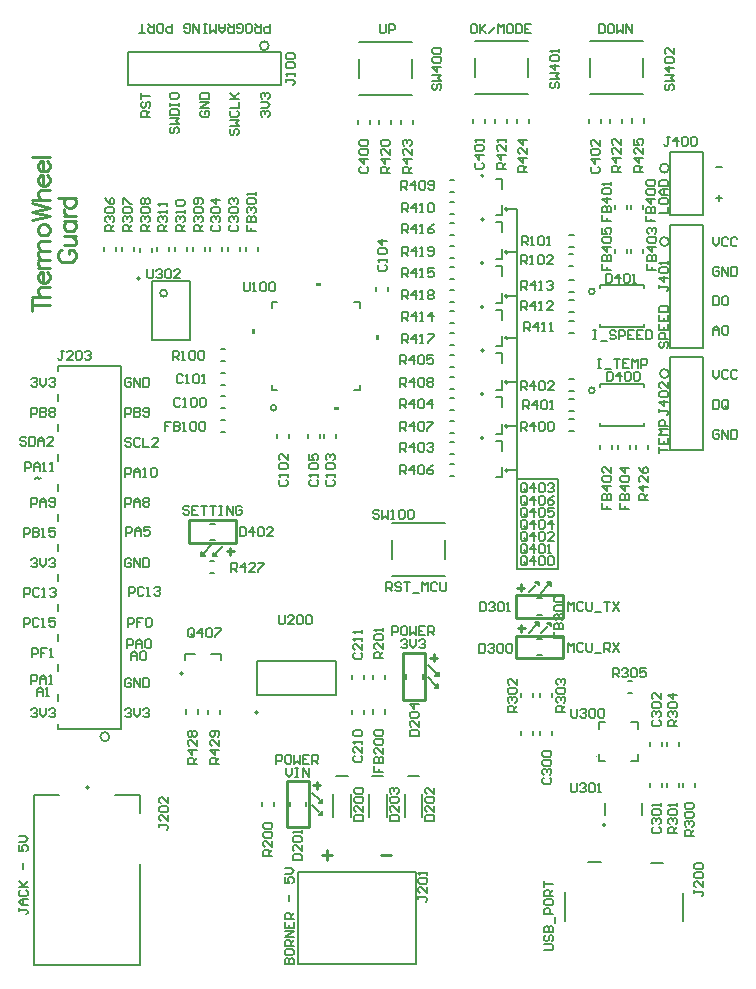
<source format=gto>
G04*
G04 #@! TF.GenerationSoftware,Altium Limited,Altium Designer,24.3.1 (35)*
G04*
G04 Layer_Color=65535*
%FSLAX25Y25*%
%MOIN*%
G70*
G04*
G04 #@! TF.SameCoordinates,CBDEA9DE-FB5E-4B32-9C3F-323BEE311ABC*
G04*
G04*
G04 #@! TF.FilePolarity,Positive*
G04*
G01*
G75*
%ADD10C,0.00500*%
%ADD11C,0.00600*%
%ADD12C,0.00394*%
%ADD13C,0.00800*%
%ADD14C,0.01000*%
G36*
X82071Y213376D02*
Y211876D01*
X81071D01*
Y213376D01*
X82071D01*
D02*
G37*
G36*
X102388Y227787D02*
Y228787D01*
X103888D01*
Y227787D01*
X102388D01*
D02*
G37*
G36*
X108293Y187622D02*
Y186623D01*
X109793D01*
Y187622D01*
X108293D01*
D02*
G37*
G36*
X122236Y211407D02*
Y209908D01*
X123236D01*
Y211407D01*
X122236D01*
D02*
G37*
D10*
X82933Y85720D02*
G03*
X82933Y85720I-492J0D01*
G01*
X57972Y98622D02*
G03*
X57972Y98622I-492J0D01*
G01*
X33390Y77559D02*
G03*
X33390Y77559I-1500J0D01*
G01*
X158169Y264567D02*
G03*
X158169Y264567I-492J0D01*
G01*
X86539Y307894D02*
G03*
X86539Y307894I-1500J0D01*
G01*
X158169Y191732D02*
G03*
X158169Y191732I-492J0D01*
G01*
X26476Y60630D02*
G03*
X26476Y60630I-492J0D01*
G01*
X219902Y198591D02*
G03*
X219902Y198591I-1500J0D01*
G01*
Y242590D02*
G03*
X219902Y242590I-1500J0D01*
G01*
X158169Y250000D02*
G03*
X158169Y250000I-492J0D01*
G01*
Y235433D02*
G03*
X158169Y235433I-492J0D01*
G01*
Y220866D02*
G03*
X158169Y220866I-492J0D01*
G01*
Y206299D02*
G03*
X158169Y206299I-492J0D01*
G01*
Y177165D02*
G03*
X158169Y177165I-492J0D01*
G01*
X43606Y230327D02*
G03*
X43606Y230327I-492J0D01*
G01*
X52661Y225386D02*
G03*
X52661Y225386I-1181J0D01*
G01*
X82441Y91626D02*
X108819D01*
X82441Y102650D02*
X108819D01*
X82441Y91626D02*
Y102650D01*
X108819Y91626D02*
Y102650D01*
X99035Y54378D02*
Y55953D01*
X93523Y54378D02*
Y55953D01*
X66930Y143110D02*
X68504D01*
X66930Y148622D02*
X68504D01*
X66966Y136055D02*
X68366D01*
X66966Y132055D02*
X68366D01*
X67323Y105118D02*
X70669D01*
Y103150D02*
Y105118D01*
X58465D02*
X61811D01*
X58465Y103150D02*
Y105118D01*
X66400Y85175D02*
Y86575D01*
X70400Y85175D02*
Y86575D01*
X62919Y85275D02*
Y86675D01*
X58919Y85275D02*
Y86675D01*
X16153Y179446D02*
Y181892D01*
Y169446D02*
Y171892D01*
Y159446D02*
Y161892D01*
Y149446D02*
Y151892D01*
Y139446D02*
Y141892D01*
Y129446D02*
Y131892D01*
Y119446D02*
Y121892D01*
Y109446D02*
Y111892D01*
Y99446D02*
Y101892D01*
Y89446D02*
Y91892D01*
Y80169D02*
Y81892D01*
Y80169D02*
X37154D01*
X16153Y199446D02*
Y201169D01*
X37154D01*
X16153Y189446D02*
Y191892D01*
X37154Y80169D02*
Y201169D01*
X186752Y196882D02*
X188152D01*
X186752Y192882D02*
X188152D01*
X186751Y190189D02*
X188151D01*
X186751Y186189D02*
X188151D01*
X186752Y183496D02*
X188152D01*
X186752Y179496D02*
X188152D01*
X146939Y255740D02*
X148339D01*
X146939Y251740D02*
X148339D01*
X147039Y259221D02*
X148439D01*
X147039Y263221D02*
X148439D01*
X164173Y251378D02*
Y254724D01*
X162205Y251378D02*
X164173D01*
Y260236D02*
Y263583D01*
X162205D02*
X164173D01*
X39539Y305894D02*
X90539D01*
X39539Y294894D02*
Y305894D01*
Y294894D02*
X90539D01*
Y305894D01*
X165354Y166339D02*
X165945Y166929D01*
X165354Y166339D02*
X165945Y165748D01*
X165354Y181102D02*
X165945Y181693D01*
X165354Y181102D02*
X165945Y180512D01*
X165354Y195866D02*
X165945Y196457D01*
X165354Y195866D02*
X165945Y195276D01*
X165354Y210630D02*
X165945Y211221D01*
X165354Y210630D02*
X165945Y210039D01*
X165354Y224410D02*
X165945Y225000D01*
X165354Y224410D02*
X165945Y223819D01*
X165354Y239173D02*
X165945Y239764D01*
X165354Y239173D02*
X165945Y238583D01*
X165354Y253543D02*
X165945Y252953D01*
X165354Y253543D02*
X165945Y254134D01*
X169291Y163386D02*
X183071D01*
Y133465D02*
Y163386D01*
X169291Y133465D02*
X183071D01*
X165354Y166339D02*
X169291D01*
X165354Y181102D02*
X169291D01*
X165354Y195866D02*
X169291D01*
X165354Y210630D02*
X169291D01*
X165354Y224410D02*
X169291D01*
X165354Y239173D02*
X169291D01*
Y133465D02*
Y253543D01*
X165354D02*
X169291D01*
X146939Y182905D02*
X148339D01*
X146939Y178905D02*
X148339D01*
X147039Y186386D02*
X148439D01*
X147039Y190386D02*
X148439D01*
X164173Y178543D02*
Y181890D01*
X162205Y178543D02*
X164173D01*
Y187402D02*
Y190748D01*
X162205D02*
X164173D01*
X8268Y1575D02*
Y58268D01*
Y1575D02*
X43701D01*
X8268Y58268D02*
X16535D01*
X43701Y1575D02*
Y35236D01*
Y52165D02*
Y58268D01*
X35433D02*
X43701D01*
X220402Y173091D02*
Y204090D01*
Y173091D02*
X231402D01*
Y204090D01*
X220402D02*
X231402D01*
X193276Y282124D02*
Y283524D01*
X197276Y282124D02*
Y283524D01*
X204425Y282124D02*
Y283524D01*
X200425Y282124D02*
Y283524D01*
X207575Y282295D02*
Y283695D01*
X211575Y282295D02*
Y283695D01*
X169260Y282224D02*
Y283624D01*
X173260Y282224D02*
Y283624D01*
X165976Y282195D02*
Y283595D01*
X161976Y282195D02*
Y283595D01*
X154693Y282124D02*
Y283524D01*
X158693Y282124D02*
Y283524D01*
X130677Y281830D02*
Y283230D01*
X134677Y281830D02*
Y283230D01*
X127394Y281801D02*
Y283201D01*
X123394Y281801D02*
Y283201D01*
X116110Y281730D02*
Y283130D01*
X120110Y281730D02*
Y283130D01*
X211402Y253440D02*
Y254840D01*
X207402Y253440D02*
Y254840D01*
X205902Y253440D02*
Y254840D01*
X201902Y253440D02*
Y254840D01*
X220402Y207090D02*
Y248091D01*
Y207090D02*
X231402D01*
Y248091D01*
X220402D02*
X231402D01*
X201902Y238841D02*
Y240241D01*
X205902Y238841D02*
Y240241D01*
X207402Y238841D02*
Y240241D01*
X211402Y238841D02*
Y240241D01*
X212902Y173340D02*
Y174741D01*
X208902Y173340D02*
Y174741D01*
X202949Y173340D02*
Y174741D01*
X206949Y173340D02*
Y174741D01*
X196996Y173340D02*
Y174741D01*
X200996Y173340D02*
Y174741D01*
X181008Y90688D02*
Y92088D01*
X177008Y90688D02*
Y92088D01*
X174508Y90688D02*
Y92088D01*
X170508Y90688D02*
Y92088D01*
Y78088D02*
Y79488D01*
X174508Y78088D02*
Y79488D01*
X181008Y78188D02*
Y79588D01*
X177008Y78188D02*
Y79588D01*
X206337Y92193D02*
X207737D01*
X206337Y96193D02*
X207737D01*
X196449Y69504D02*
Y71700D01*
Y69504D02*
X198645D01*
X196449Y82496D02*
X198645D01*
X196449Y80300D02*
Y82496D01*
X209441Y80300D02*
Y82496D01*
X207245D02*
X209441D01*
X207245Y69504D02*
X209441D01*
Y71700D01*
X219260Y74366D02*
Y75766D01*
X223260Y74366D02*
Y75766D01*
X217620Y74366D02*
Y75766D01*
X213620Y74366D02*
Y75766D01*
X213748Y60667D02*
Y62067D01*
X217748Y60667D02*
Y62067D01*
X223260Y60667D02*
Y62067D01*
X219260Y60667D02*
Y62067D01*
X224772Y60767D02*
Y62167D01*
X228772Y60767D02*
Y62167D01*
X176051Y104744D02*
X177626D01*
X176051Y110256D02*
X177626D01*
X176051Y118244D02*
X177626D01*
X176051Y123756D02*
X177626D01*
X162205Y249016D02*
X164173D01*
Y245669D02*
Y249016D01*
X162205Y236811D02*
X164173D01*
Y240158D01*
X162205Y234449D02*
X164173D01*
Y231102D02*
Y234449D01*
X162205Y222244D02*
X164173D01*
Y225591D01*
X162205Y219882D02*
X164173D01*
Y216535D02*
Y219882D01*
X162205Y207677D02*
X164173D01*
Y211024D01*
X162205Y205315D02*
X164173D01*
Y201969D02*
Y205315D01*
X162205Y193110D02*
X164173D01*
Y196457D01*
X162205Y176181D02*
X164173D01*
Y172835D02*
Y176181D01*
X162205Y163976D02*
X164173D01*
Y167323D01*
X126409Y226122D02*
Y227522D01*
X122409Y226122D02*
Y227522D01*
X147039Y248654D02*
X148439D01*
X147039Y244654D02*
X148439D01*
X146939Y237173D02*
X148339D01*
X146939Y241173D02*
X148339D01*
X147039Y234077D02*
X148439D01*
X147039Y230077D02*
X148439D01*
X146939Y222597D02*
X148339D01*
X146939Y226596D02*
X148339D01*
X147039Y219539D02*
X148439D01*
X147039Y215539D02*
X148439D01*
X147039Y204953D02*
X148439D01*
X147039Y200953D02*
X148439D01*
X146939Y193473D02*
X148339D01*
X146939Y197473D02*
X148339D01*
X147039Y175819D02*
X148439D01*
X147039Y171819D02*
X148439D01*
X146939Y164339D02*
X148339D01*
X146939Y168339D02*
X148339D01*
X70510Y183102D02*
X71910D01*
X70510Y179102D02*
X71910D01*
X70510Y190976D02*
X71910D01*
X70510Y186976D02*
X71910D01*
X70510Y198850D02*
X71910D01*
X70510Y194850D02*
X71910D01*
X70510Y202724D02*
X71910D01*
X70510Y206724D02*
X71910D01*
X88279Y54415D02*
Y55815D01*
X84280Y54415D02*
Y55815D01*
X137729Y50713D02*
Y58587D01*
X131827Y50713D02*
Y58587D01*
X132911Y64492D02*
X136648D01*
X125805Y50713D02*
Y58587D01*
X119903Y50713D02*
Y58587D01*
X120987Y64492D02*
X124724D01*
X113881Y50713D02*
Y58587D01*
X107978Y50713D02*
Y58587D01*
X109062Y64492D02*
X112799D01*
X132283Y96851D02*
Y98426D01*
X137795Y96851D02*
Y98426D01*
X125130Y96888D02*
Y98288D01*
X121130Y96888D02*
Y98288D01*
X114130Y96888D02*
Y98288D01*
X118130Y96888D02*
Y98288D01*
X105087Y177202D02*
Y178602D01*
X109087Y177202D02*
Y178602D01*
X99575Y177202D02*
Y178602D01*
X103575Y177202D02*
Y178602D01*
X89339Y177202D02*
Y178602D01*
X93339Y177202D02*
Y178602D01*
X47543Y209638D02*
Y229323D01*
X60142Y209638D02*
Y229323D01*
X47543D02*
X60142D01*
X47543Y209638D02*
X60142D01*
X82842Y239330D02*
Y240730D01*
X78842Y239330D02*
Y240730D01*
X76945Y239330D02*
Y240730D01*
X72945Y239330D02*
Y240730D01*
X71047Y239330D02*
Y240730D01*
X67047Y239330D02*
Y240730D01*
X61150Y239330D02*
Y240730D01*
X65150Y239330D02*
Y240730D01*
X55252Y239330D02*
Y240730D01*
X59252Y239330D02*
Y240730D01*
X49354Y239330D02*
Y240730D01*
X53354Y239330D02*
Y240730D01*
X47457Y239230D02*
Y240630D01*
X43457Y239230D02*
Y240630D01*
X37559Y239330D02*
Y240730D01*
X41559Y239330D02*
Y240730D01*
X31661Y239311D02*
Y240711D01*
X35661Y239311D02*
Y240711D01*
X146939Y208039D02*
X148339D01*
X146939Y212039D02*
X148339D01*
X185412Y16253D02*
Y25754D01*
X193012Y35653D02*
X197112D01*
X213912Y35353D02*
X218012D01*
X224612Y16153D02*
Y25554D01*
X186752Y229953D02*
X188152D01*
X186752Y225953D02*
X188152D01*
X186752Y223091D02*
X188152D01*
X186752Y219091D02*
X188152D01*
X186752Y216173D02*
X188152D01*
X186752Y212173D02*
X188152D01*
X186652Y234440D02*
X188052D01*
X186652Y238440D02*
X188052D01*
X186752Y244741D02*
X188152D01*
X186752Y240740D02*
X188152D01*
X118130Y85175D02*
Y86575D01*
X114130Y85175D02*
Y86575D01*
X121130Y85275D02*
Y86675D01*
X125130Y85275D02*
Y86675D01*
X198622Y51575D02*
Y55512D01*
X210827Y51575D02*
Y55512D01*
X59969Y153976D02*
X59469Y154475D01*
X58469D01*
X57970Y153976D01*
Y153476D01*
X58469Y152976D01*
X59469D01*
X59969Y152476D01*
Y151976D01*
X59469Y151476D01*
X58469D01*
X57970Y151976D01*
X62968Y154475D02*
X60969D01*
Y151476D01*
X62968D01*
X60969Y152976D02*
X61968D01*
X63968Y154475D02*
X65967D01*
X64967D01*
Y151476D01*
X66967Y154475D02*
X68966D01*
X67967D01*
Y151476D01*
X69966Y154475D02*
X70965D01*
X70466D01*
Y151476D01*
X69966D01*
X70965D01*
X72465D02*
Y154475D01*
X74464Y151476D01*
Y154475D01*
X77463Y153976D02*
X76964Y154475D01*
X75964D01*
X75464Y153976D01*
Y151976D01*
X75964Y151476D01*
X76964D01*
X77463Y151976D01*
Y152976D01*
X76464D01*
X91777Y1681D02*
X94776D01*
Y3181D01*
X94276Y3680D01*
X93776D01*
X93276Y3181D01*
Y1681D01*
Y3181D01*
X92776Y3680D01*
X92276D01*
X91777Y3181D01*
Y1681D01*
Y6180D02*
Y5180D01*
X92276Y4680D01*
X94276D01*
X94776Y5180D01*
Y6180D01*
X94276Y6679D01*
X92276D01*
X91777Y6180D01*
X94776Y7679D02*
X91777D01*
Y9179D01*
X92276Y9679D01*
X93276D01*
X93776Y9179D01*
Y7679D01*
Y8679D02*
X94776Y9679D01*
Y10678D02*
X91777D01*
X94776Y12677D01*
X91777D01*
Y15677D02*
Y13677D01*
X94776D01*
Y15677D01*
X93276Y13677D02*
Y14677D01*
X94776Y16676D02*
X91777D01*
Y18176D01*
X92276Y18676D01*
X93276D01*
X93776Y18176D01*
Y16676D01*
Y17676D02*
X94776Y18676D01*
X93276Y22674D02*
Y24674D01*
X91777Y30672D02*
Y28672D01*
X93276D01*
X92776Y29672D01*
Y30172D01*
X93276Y30672D01*
X94276D01*
X94776Y30172D01*
Y29172D01*
X94276Y28672D01*
X91777Y31671D02*
X93776D01*
X94776Y32671D01*
X93776Y33671D01*
X91777D01*
X92314Y67279D02*
Y65279D01*
X93314Y64280D01*
X94314Y65279D01*
Y67279D01*
X95313D02*
X96313D01*
X95813D01*
Y64280D01*
X95313D01*
X96313D01*
X97812D02*
Y67279D01*
X99812Y64280D01*
Y67279D01*
X89065Y68610D02*
Y71609D01*
X90565D01*
X91065Y71109D01*
Y70110D01*
X90565Y69610D01*
X89065D01*
X93564Y71609D02*
X92564D01*
X92064Y71109D01*
Y69110D01*
X92564Y68610D01*
X93564D01*
X94064Y69110D01*
Y71109D01*
X93564Y71609D01*
X95063D02*
Y68610D01*
X96063Y69610D01*
X97063Y68610D01*
Y71609D01*
X100062D02*
X98062D01*
Y68610D01*
X100062D01*
X98062Y70110D02*
X99062D01*
X101061Y68610D02*
Y71609D01*
X102561D01*
X103061Y71109D01*
Y70110D01*
X102561Y69610D01*
X101061D01*
X102061D02*
X103061Y68610D01*
X235539Y267429D02*
X237539D01*
X235638Y257012D02*
X237637D01*
X236637Y258011D02*
Y256012D01*
X9260Y91051D02*
Y93050D01*
X10260Y94050D01*
X11259Y93050D01*
Y91051D01*
Y92551D01*
X9260D01*
X12259Y91051D02*
X13259D01*
X12759D01*
Y94050D01*
X12259Y93550D01*
X40657Y103059D02*
Y105058D01*
X41657Y106058D01*
X42657Y105058D01*
Y103059D01*
Y104559D01*
X40657D01*
X43657Y105558D02*
X44156Y106058D01*
X45156D01*
X45656Y105558D01*
Y103559D01*
X45156Y103059D01*
X44156D01*
X43657Y103559D01*
Y105558D01*
X8669Y163591D02*
X9383Y164019D01*
X9955Y163591D01*
X10526Y163876D01*
X5247Y166051D02*
Y169050D01*
X6747D01*
X7247Y168550D01*
Y167551D01*
X6747Y167051D01*
X5247D01*
X8246Y166051D02*
Y168051D01*
X9246Y169050D01*
X10246Y168051D01*
Y166051D01*
Y167551D01*
X8246D01*
X11245Y166051D02*
X12245D01*
X11745D01*
Y169050D01*
X11245Y168550D01*
X13745Y166051D02*
X14744D01*
X14244D01*
Y169050D01*
X13745Y168550D01*
X39279Y107095D02*
Y110093D01*
X40779D01*
X41279Y109594D01*
Y108594D01*
X40779Y108094D01*
X39279D01*
X42279Y107095D02*
Y109094D01*
X43278Y110093D01*
X44278Y109094D01*
Y107095D01*
Y108594D01*
X42279D01*
X45278Y109594D02*
X45777Y110093D01*
X46777D01*
X47277Y109594D01*
Y107594D01*
X46777Y107095D01*
X45777D01*
X45278Y107594D01*
Y109594D01*
X38880Y144532D02*
Y147531D01*
X40380D01*
X40879Y147031D01*
Y146031D01*
X40380Y145531D01*
X38880D01*
X41879Y144532D02*
Y146531D01*
X42879Y147531D01*
X43878Y146531D01*
Y144532D01*
Y146031D01*
X41879D01*
X46877Y147531D02*
X44878D01*
Y146031D01*
X45878Y146531D01*
X46378D01*
X46877Y146031D01*
Y145032D01*
X46378Y144532D01*
X45378D01*
X44878Y145032D01*
X38689Y164163D02*
Y167162D01*
X40189D01*
X40688Y166662D01*
Y165663D01*
X40189Y165163D01*
X38689D01*
X41688Y164163D02*
Y166163D01*
X42688Y167162D01*
X43687Y166163D01*
Y164163D01*
Y165663D01*
X41688D01*
X44687Y164163D02*
X45687D01*
X45187D01*
Y167162D01*
X44687Y166662D01*
X47186D02*
X47686Y167162D01*
X48686D01*
X49186Y166662D01*
Y164663D01*
X48686Y164163D01*
X47686D01*
X47186Y164663D01*
Y166662D01*
X40688Y176675D02*
X40189Y177175D01*
X39189D01*
X38689Y176675D01*
Y176175D01*
X39189Y175675D01*
X40189D01*
X40688Y175175D01*
Y174676D01*
X40189Y174176D01*
X39189D01*
X38689Y174676D01*
X43687Y176675D02*
X43187Y177175D01*
X42188D01*
X41688Y176675D01*
Y174676D01*
X42188Y174176D01*
X43187D01*
X43687Y174676D01*
X44687Y177175D02*
Y174176D01*
X46686D01*
X49685D02*
X47686D01*
X49685Y176175D01*
Y176675D01*
X49186Y177175D01*
X48186D01*
X47686Y176675D01*
X38689Y184188D02*
Y187187D01*
X40189D01*
X40688Y186687D01*
Y185688D01*
X40189Y185188D01*
X38689D01*
X41688Y187187D02*
Y184188D01*
X43187D01*
X43687Y184688D01*
Y185188D01*
X43187Y185688D01*
X41688D01*
X43187D01*
X43687Y186188D01*
Y186687D01*
X43187Y187187D01*
X41688D01*
X44687Y184688D02*
X45187Y184188D01*
X46187D01*
X46686Y184688D01*
Y186687D01*
X46187Y187187D01*
X45187D01*
X44687Y186687D01*
Y186188D01*
X45187Y185688D01*
X46686D01*
X40688Y196700D02*
X40189Y197200D01*
X39189D01*
X38689Y196700D01*
Y194701D01*
X39189Y194201D01*
X40189D01*
X40688Y194701D01*
Y195700D01*
X39689D01*
X41688Y194201D02*
Y197200D01*
X43687Y194201D01*
Y197200D01*
X44687D02*
Y194201D01*
X46187D01*
X46686Y194701D01*
Y196700D01*
X46187Y197200D01*
X44687D01*
X5028Y124221D02*
Y127219D01*
X6527D01*
X7027Y126720D01*
Y125720D01*
X6527Y125220D01*
X5028D01*
X10026Y126720D02*
X9526Y127219D01*
X8526D01*
X8027Y126720D01*
Y124720D01*
X8526Y124221D01*
X9526D01*
X10026Y124720D01*
X11026Y124221D02*
X12025D01*
X11525D01*
Y127219D01*
X11026Y126720D01*
X13525D02*
X14025Y127219D01*
X15024D01*
X15524Y126720D01*
Y126220D01*
X15024Y125720D01*
X14525D01*
X15024D01*
X15524Y125220D01*
Y124720D01*
X15024Y124221D01*
X14025D01*
X13525Y124720D01*
X4923Y144138D02*
Y147137D01*
X6423D01*
X6923Y146637D01*
Y145638D01*
X6423Y145138D01*
X4923D01*
X7922Y147137D02*
Y144138D01*
X9422D01*
X9922Y144638D01*
Y145138D01*
X9422Y145638D01*
X7922D01*
X9422D01*
X9922Y146137D01*
Y146637D01*
X9422Y147137D01*
X7922D01*
X10921Y144138D02*
X11921D01*
X11421D01*
Y147137D01*
X10921Y146637D01*
X15420Y147137D02*
X13420D01*
Y145638D01*
X14420Y146137D01*
X14920D01*
X15420Y145638D01*
Y144638D01*
X14920Y144138D01*
X13920D01*
X13420Y144638D01*
X4831Y114279D02*
Y117279D01*
X6330D01*
X6830Y116779D01*
Y115779D01*
X6330Y115279D01*
X4831D01*
X9829Y116779D02*
X9329Y117279D01*
X8330D01*
X7830Y116779D01*
Y114779D01*
X8330Y114279D01*
X9329D01*
X9829Y114779D01*
X10829Y114279D02*
X11828D01*
X11329D01*
Y117279D01*
X10829Y116779D01*
X15327Y117279D02*
X13328D01*
Y115779D01*
X14328Y116279D01*
X14828D01*
X15327Y115779D01*
Y114779D01*
X14828Y114279D01*
X13828D01*
X13328Y114779D01*
X38689Y86562D02*
X39189Y87062D01*
X40189D01*
X40688Y86562D01*
Y86062D01*
X40189Y85562D01*
X39689D01*
X40189D01*
X40688Y85063D01*
Y84563D01*
X40189Y84063D01*
X39189D01*
X38689Y84563D01*
X41688Y87062D02*
Y85063D01*
X42688Y84063D01*
X43687Y85063D01*
Y87062D01*
X44687Y86562D02*
X45187Y87062D01*
X46187D01*
X46686Y86562D01*
Y86062D01*
X46187Y85562D01*
X45687D01*
X46187D01*
X46686Y85063D01*
Y84563D01*
X46187Y84063D01*
X45187D01*
X44687Y84563D01*
X38689Y154151D02*
Y157150D01*
X40189D01*
X40688Y156650D01*
Y155650D01*
X40189Y155150D01*
X38689D01*
X41688Y154151D02*
Y156150D01*
X42688Y157150D01*
X43687Y156150D01*
Y154151D01*
Y155650D01*
X41688D01*
X44687Y156650D02*
X45187Y157150D01*
X46187D01*
X46686Y156650D01*
Y156150D01*
X46187Y155650D01*
X46686Y155150D01*
Y154650D01*
X46187Y154151D01*
X45187D01*
X44687Y154650D01*
Y155150D01*
X45187Y155650D01*
X44687Y156150D01*
Y156650D01*
X45187Y155650D02*
X46187D01*
X40688Y136625D02*
X40189Y137125D01*
X39189D01*
X38689Y136625D01*
Y134625D01*
X39189Y134126D01*
X40189D01*
X40688Y134625D01*
Y135625D01*
X39689D01*
X41688Y134126D02*
Y137125D01*
X43687Y134126D01*
Y137125D01*
X44687D02*
Y134126D01*
X46187D01*
X46686Y134625D01*
Y136625D01*
X46187Y137125D01*
X44687D01*
X39870Y124516D02*
Y127515D01*
X41370D01*
X41869Y127015D01*
Y126015D01*
X41370Y125515D01*
X39870D01*
X44868Y127015D02*
X44369Y127515D01*
X43369D01*
X42869Y127015D01*
Y125016D01*
X43369Y124516D01*
X44369D01*
X44868Y125016D01*
X45868Y124516D02*
X46868D01*
X46368D01*
Y127515D01*
X45868Y127015D01*
X48367D02*
X48867Y127515D01*
X49867D01*
X50367Y127015D01*
Y126515D01*
X49867Y126015D01*
X49367D01*
X49867D01*
X50367Y125515D01*
Y125016D01*
X49867Y124516D01*
X48867D01*
X48367Y125016D01*
X39476Y114279D02*
Y117279D01*
X40976D01*
X41476Y116779D01*
Y115779D01*
X40976Y115279D01*
X39476D01*
X44475Y117279D02*
X42475D01*
Y115779D01*
X43475D01*
X42475D01*
Y114279D01*
X45474Y116779D02*
X45974Y117279D01*
X46974D01*
X47474Y116779D01*
Y114779D01*
X46974Y114279D01*
X45974D01*
X45474Y114779D01*
Y116779D01*
X7422Y196700D02*
X7922Y197200D01*
X8922D01*
X9422Y196700D01*
Y196200D01*
X8922Y195700D01*
X8422D01*
X8922D01*
X9422Y195200D01*
Y194701D01*
X8922Y194201D01*
X7922D01*
X7422Y194701D01*
X10422Y197200D02*
Y195200D01*
X11421Y194201D01*
X12421Y195200D01*
Y197200D01*
X13420Y196700D02*
X13920Y197200D01*
X14920D01*
X15420Y196700D01*
Y196200D01*
X14920Y195700D01*
X14420D01*
X14920D01*
X15420Y195200D01*
Y194701D01*
X14920Y194201D01*
X13920D01*
X13420Y194701D01*
X7422Y184188D02*
Y187187D01*
X8922D01*
X9422Y186687D01*
Y185688D01*
X8922Y185188D01*
X7422D01*
X10422Y187187D02*
Y184188D01*
X11921D01*
X12421Y184688D01*
Y185188D01*
X11921Y185688D01*
X10422D01*
X11921D01*
X12421Y186188D01*
Y186687D01*
X11921Y187187D01*
X10422D01*
X13420Y186687D02*
X13920Y187187D01*
X14920D01*
X15420Y186687D01*
Y186188D01*
X14920Y185688D01*
X15420Y185188D01*
Y184688D01*
X14920Y184188D01*
X13920D01*
X13420Y184688D01*
Y185188D01*
X13920Y185688D01*
X13420Y186188D01*
Y186687D01*
X13920Y185688D02*
X14920D01*
X7422Y86562D02*
X7922Y87062D01*
X8922D01*
X9422Y86562D01*
Y86062D01*
X8922Y85562D01*
X8422D01*
X8922D01*
X9422Y85063D01*
Y84563D01*
X8922Y84063D01*
X7922D01*
X7422Y84563D01*
X10422Y87062D02*
Y85063D01*
X11421Y84063D01*
X12421Y85063D01*
Y87062D01*
X13420Y86562D02*
X13920Y87062D01*
X14920D01*
X15420Y86562D01*
Y86062D01*
X14920Y85562D01*
X14420D01*
X14920D01*
X15420Y85063D01*
Y84563D01*
X14920Y84063D01*
X13920D01*
X13420Y84563D01*
X5649Y177015D02*
X5149Y177515D01*
X4149D01*
X3650Y177015D01*
Y176515D01*
X4149Y176015D01*
X5149D01*
X5649Y175515D01*
Y175016D01*
X5149Y174516D01*
X4149D01*
X3650Y175016D01*
X6649Y177515D02*
Y174516D01*
X8148D01*
X8648Y175016D01*
Y177015D01*
X8148Y177515D01*
X6649D01*
X9648Y174516D02*
Y176515D01*
X10647Y177515D01*
X11647Y176515D01*
Y174516D01*
Y176015D01*
X9648D01*
X14646Y174516D02*
X12647D01*
X14646Y176515D01*
Y177015D01*
X14146Y177515D01*
X13147D01*
X12647Y177015D01*
X7390Y95284D02*
Y98282D01*
X8889D01*
X9389Y97783D01*
Y96783D01*
X8889Y96283D01*
X7390D01*
X10389Y95284D02*
Y97283D01*
X11389Y98282D01*
X12388Y97283D01*
Y95284D01*
Y96783D01*
X10389D01*
X13388Y95284D02*
X14388D01*
X13888D01*
Y98282D01*
X13388Y97783D01*
X7422Y136625D02*
X7922Y137125D01*
X8922D01*
X9422Y136625D01*
Y136125D01*
X8922Y135625D01*
X8422D01*
X8922D01*
X9422Y135125D01*
Y134625D01*
X8922Y134126D01*
X7922D01*
X7422Y134625D01*
X10422Y137125D02*
Y135125D01*
X11421Y134126D01*
X12421Y135125D01*
Y137125D01*
X13420Y136625D02*
X13920Y137125D01*
X14920D01*
X15420Y136625D01*
Y136125D01*
X14920Y135625D01*
X14420D01*
X14920D01*
X15420Y135125D01*
Y134625D01*
X14920Y134126D01*
X13920D01*
X13420Y134625D01*
X40688Y96575D02*
X40189Y97075D01*
X39189D01*
X38689Y96575D01*
Y94575D01*
X39189Y94076D01*
X40189D01*
X40688Y94575D01*
Y95575D01*
X39689D01*
X41688Y94076D02*
Y97075D01*
X43687Y94076D01*
Y97075D01*
X44687D02*
Y94076D01*
X46187D01*
X46686Y94575D01*
Y96575D01*
X46187Y97075D01*
X44687D01*
X7422Y154151D02*
Y157150D01*
X8922D01*
X9422Y156650D01*
Y155650D01*
X8922Y155150D01*
X7422D01*
X10422Y154151D02*
Y156150D01*
X11421Y157150D01*
X12421Y156150D01*
Y154151D01*
Y155650D01*
X10422D01*
X13420Y154650D02*
X13920Y154151D01*
X14920D01*
X15420Y154650D01*
Y156650D01*
X14920Y157150D01*
X13920D01*
X13420Y156650D01*
Y156150D01*
X13920Y155650D01*
X15420D01*
X7587Y104043D02*
Y107042D01*
X9086D01*
X9586Y106543D01*
Y105543D01*
X9086Y105043D01*
X7587D01*
X12585Y107042D02*
X10586D01*
Y105543D01*
X11585D01*
X10586D01*
Y104043D01*
X13585D02*
X14584D01*
X14085D01*
Y107042D01*
X13585Y106543D01*
X47059Y284214D02*
X44060D01*
Y285713D01*
X44560Y286213D01*
X45559D01*
X46059Y285713D01*
Y284214D01*
Y285213D02*
X47059Y286213D01*
X44560Y289212D02*
X44060Y288712D01*
Y287713D01*
X44560Y287213D01*
X45060D01*
X45559Y287713D01*
Y288712D01*
X46059Y289212D01*
X46559D01*
X47059Y288712D01*
Y287713D01*
X46559Y287213D01*
X44060Y290212D02*
Y292211D01*
Y291211D01*
X47059D01*
X54009Y280715D02*
X53509Y280215D01*
Y279215D01*
X54009Y278715D01*
X54509D01*
X55008Y279215D01*
Y280215D01*
X55508Y280715D01*
X56008D01*
X56508Y280215D01*
Y279215D01*
X56008Y278715D01*
X53509Y281714D02*
X56508D01*
X55508Y282714D01*
X56508Y283714D01*
X53509D01*
Y284714D02*
X56508D01*
Y286213D01*
X56008Y286713D01*
X54009D01*
X53509Y286213D01*
Y284714D01*
Y287713D02*
Y288712D01*
Y288212D01*
X56508D01*
Y287713D01*
Y288712D01*
X53509Y291711D02*
Y290711D01*
X54009Y290212D01*
X56008D01*
X56508Y290711D01*
Y291711D01*
X56008Y292211D01*
X54009D01*
X53509Y291711D01*
X86782Y315248D02*
Y312249D01*
X85283D01*
X84783Y312749D01*
Y313749D01*
X85283Y314248D01*
X86782D01*
X83783Y315248D02*
Y312249D01*
X82284D01*
X81784Y312749D01*
Y313749D01*
X82284Y314248D01*
X83783D01*
X82784D02*
X81784Y315248D01*
X79285Y312249D02*
X80284D01*
X80784Y312749D01*
Y314748D01*
X80284Y315248D01*
X79285D01*
X78785Y314748D01*
Y312749D01*
X79285Y312249D01*
X75786Y312749D02*
X76286Y312249D01*
X77285D01*
X77785Y312749D01*
Y314748D01*
X77285Y315248D01*
X76286D01*
X75786Y314748D01*
Y313749D01*
X76786D01*
X74786Y315248D02*
Y312249D01*
X73287D01*
X72787Y312749D01*
Y313749D01*
X73287Y314248D01*
X74786D01*
X73786D02*
X72787Y315248D01*
X71787D02*
Y313249D01*
X70788Y312249D01*
X69788Y313249D01*
Y315248D01*
Y313749D01*
X71787D01*
X68788Y315248D02*
Y312249D01*
X67788Y313249D01*
X66789Y312249D01*
Y315248D01*
X65789Y312249D02*
X64789D01*
X65289D01*
Y315248D01*
X65789D01*
X64789D01*
X63290D02*
Y312249D01*
X61291Y315248D01*
Y312249D01*
X58292Y312749D02*
X58791Y312249D01*
X59791D01*
X60291Y312749D01*
Y314748D01*
X59791Y315248D01*
X58791D01*
X58292Y314748D01*
Y313749D01*
X59291D01*
X54293Y315248D02*
Y312249D01*
X52793D01*
X52293Y312749D01*
Y313749D01*
X52793Y314248D01*
X54293D01*
X49794Y312249D02*
X50794D01*
X51294Y312749D01*
Y314748D01*
X50794Y315248D01*
X49794D01*
X49294Y314748D01*
Y312749D01*
X49794Y312249D01*
X48295Y315248D02*
Y312249D01*
X46795D01*
X46295Y312749D01*
Y313749D01*
X46795Y314248D01*
X48295D01*
X47295D02*
X46295Y315248D01*
X45296Y312249D02*
X43296D01*
X44296D01*
Y315248D01*
X84324Y284214D02*
X83824Y284714D01*
Y285713D01*
X84324Y286213D01*
X84824D01*
X85323Y285713D01*
Y285213D01*
Y285713D01*
X85823Y286213D01*
X86323D01*
X86823Y285713D01*
Y284714D01*
X86323Y284214D01*
X83824Y287213D02*
X85823D01*
X86823Y288212D01*
X85823Y289212D01*
X83824D01*
X84324Y290212D02*
X83824Y290711D01*
Y291711D01*
X84324Y292211D01*
X84824D01*
X85323Y291711D01*
Y291211D01*
Y291711D01*
X85823Y292211D01*
X86323D01*
X86823Y291711D01*
Y290711D01*
X86323Y290212D01*
X74087Y280215D02*
X73588Y279715D01*
Y278715D01*
X74087Y278216D01*
X74587D01*
X75087Y278715D01*
Y279715D01*
X75587Y280215D01*
X76087D01*
X76587Y279715D01*
Y278715D01*
X76087Y278216D01*
X73588Y281215D02*
X76587D01*
X75587Y282214D01*
X76587Y283214D01*
X73588D01*
X74087Y286213D02*
X73588Y285713D01*
Y284714D01*
X74087Y284214D01*
X76087D01*
X76587Y284714D01*
Y285713D01*
X76087Y286213D01*
X73588Y287213D02*
X76587D01*
Y289212D01*
X73588Y290212D02*
X76587D01*
X75587D01*
X73588Y292211D01*
X75087Y290711D01*
X76587Y292211D01*
X64245Y286213D02*
X63745Y285713D01*
Y284714D01*
X64245Y284214D01*
X66244D01*
X66744Y284714D01*
Y285713D01*
X66244Y286213D01*
X65245D01*
Y285213D01*
X66744Y287213D02*
X63745D01*
X66744Y289212D01*
X63745D01*
Y290212D02*
X66744D01*
Y291711D01*
X66244Y292211D01*
X64245D01*
X63745Y291711D01*
Y290212D01*
X127710Y111417D02*
Y114416D01*
X129209D01*
X129709Y113917D01*
Y112917D01*
X129209Y112417D01*
X127710D01*
X132208Y114416D02*
X131209D01*
X130709Y113917D01*
Y111917D01*
X131209Y111417D01*
X132208D01*
X132708Y111917D01*
Y113917D01*
X132208Y114416D01*
X133708D02*
Y111417D01*
X134707Y112417D01*
X135707Y111417D01*
Y114416D01*
X138706D02*
X136707D01*
Y111417D01*
X138706D01*
X136707Y112917D02*
X137706D01*
X139706Y111417D02*
Y114416D01*
X141205D01*
X141705Y113917D01*
Y112917D01*
X141205Y112417D01*
X139706D01*
X140705D02*
X141705Y111417D01*
X130709Y109586D02*
X131209Y110086D01*
X132208D01*
X132708Y109586D01*
Y109086D01*
X132208Y108586D01*
X131708D01*
X132208D01*
X132708Y108086D01*
Y107586D01*
X132208Y107087D01*
X131209D01*
X130709Y107586D01*
X133708Y110086D02*
Y108086D01*
X134707Y107087D01*
X135707Y108086D01*
Y110086D01*
X136707Y109586D02*
X137207Y110086D01*
X138206D01*
X138706Y109586D01*
Y109086D01*
X138206Y108586D01*
X137706D01*
X138206D01*
X138706Y108086D01*
Y107586D01*
X138206Y107087D01*
X137207D01*
X136707Y107586D01*
X186327Y105837D02*
Y108836D01*
X187326Y107836D01*
X188326Y108836D01*
Y105837D01*
X191325Y108336D02*
X190825Y108836D01*
X189826D01*
X189326Y108336D01*
Y106337D01*
X189826Y105837D01*
X190825D01*
X191325Y106337D01*
X192325Y108836D02*
Y106337D01*
X192825Y105837D01*
X193824D01*
X194324Y106337D01*
Y108836D01*
X195324Y105337D02*
X197323D01*
X198323Y105837D02*
Y108836D01*
X199822D01*
X200322Y108336D01*
Y107336D01*
X199822Y106837D01*
X198323D01*
X199323D02*
X200322Y105837D01*
X201322Y108836D02*
X203321Y105837D01*
Y108836D02*
X201322Y105837D01*
X186327Y119617D02*
Y122616D01*
X187326Y121616D01*
X188326Y122616D01*
Y119617D01*
X191325Y122116D02*
X190825Y122616D01*
X189826D01*
X189326Y122116D01*
Y120116D01*
X189826Y119617D01*
X190825D01*
X191325Y120116D01*
X192325Y122616D02*
Y120116D01*
X192825Y119617D01*
X193824D01*
X194324Y120116D01*
Y122616D01*
X195324Y119117D02*
X197323D01*
X198323Y122616D02*
X200322D01*
X199323D01*
Y119617D01*
X201322Y122616D02*
X203321Y119617D01*
Y122616D02*
X201322Y119617D01*
X196227Y203605D02*
X197227D01*
X196727D01*
Y200606D01*
X196227D01*
X197227D01*
X198726Y200106D02*
X200726D01*
X201725Y203605D02*
X203725D01*
X202725D01*
Y200606D01*
X206724Y203605D02*
X204724D01*
Y200606D01*
X206724D01*
X204724Y202106D02*
X205724D01*
X207723Y200606D02*
Y203605D01*
X208723Y202606D01*
X209723Y203605D01*
Y200606D01*
X210722D02*
Y203605D01*
X212222D01*
X212722Y203105D01*
Y202106D01*
X212222Y201606D01*
X210722D01*
X194728Y213054D02*
X195727D01*
X195228D01*
Y210055D01*
X194728D01*
X195727D01*
X197227Y209555D02*
X199226D01*
X202225Y212554D02*
X201725Y213054D01*
X200726D01*
X200226Y212554D01*
Y212054D01*
X200726Y211555D01*
X201725D01*
X202225Y211055D01*
Y210555D01*
X201725Y210055D01*
X200726D01*
X200226Y210555D01*
X203225Y210055D02*
Y213054D01*
X204724D01*
X205224Y212554D01*
Y211555D01*
X204724Y211055D01*
X203225D01*
X208223Y213054D02*
X206224D01*
Y210055D01*
X208223D01*
X206224Y211555D02*
X207224D01*
X211222Y213054D02*
X209223D01*
Y210055D01*
X211222D01*
X209223Y211555D02*
X210223D01*
X212222Y213054D02*
Y210055D01*
X213721D01*
X214221Y210555D01*
Y212554D01*
X213721Y213054D01*
X212222D01*
X178285Y6406D02*
X180784D01*
X181284Y6905D01*
Y7905D01*
X180784Y8405D01*
X178285D01*
X178784Y11404D02*
X178285Y10904D01*
Y9904D01*
X178784Y9405D01*
X179284D01*
X179784Y9904D01*
Y10904D01*
X180284Y11404D01*
X180784D01*
X181284Y10904D01*
Y9904D01*
X180784Y9405D01*
X178285Y12404D02*
X181284D01*
Y13903D01*
X180784Y14403D01*
X180284D01*
X179784Y13903D01*
Y12404D01*
Y13903D01*
X179284Y14403D01*
X178784D01*
X178285Y13903D01*
Y12404D01*
X181783Y15403D02*
Y17402D01*
X181284Y18402D02*
X178285D01*
Y19901D01*
X178784Y20401D01*
X179784D01*
X180284Y19901D01*
Y18402D01*
X178285Y22900D02*
Y21901D01*
X178784Y21401D01*
X180784D01*
X181284Y21901D01*
Y22900D01*
X180784Y23400D01*
X178784D01*
X178285Y22900D01*
X181284Y24400D02*
X178285D01*
Y25899D01*
X178784Y26399D01*
X179784D01*
X180284Y25899D01*
Y24400D01*
Y25399D02*
X181284Y26399D01*
X178285Y27399D02*
Y29398D01*
Y28398D01*
X181284D01*
X3194Y20352D02*
Y19352D01*
Y19852D01*
X5693D01*
X6193Y19352D01*
Y18853D01*
X5693Y18353D01*
X6193Y21352D02*
X4194D01*
X3194Y22351D01*
X4194Y23351D01*
X6193D01*
X4693D01*
Y21352D01*
X3694Y26350D02*
X3194Y25850D01*
Y24850D01*
X3694Y24351D01*
X5693D01*
X6193Y24850D01*
Y25850D01*
X5693Y26350D01*
X3194Y27350D02*
X6193D01*
X5193D01*
X3194Y29349D01*
X4693Y27850D01*
X6193Y29349D01*
X4693Y33348D02*
Y35347D01*
X3194Y41345D02*
Y39346D01*
X4693D01*
X4194Y40345D01*
Y40845D01*
X4693Y41345D01*
X5693D01*
X6193Y40845D01*
Y39846D01*
X5693Y39346D01*
X3194Y42345D02*
X5193D01*
X6193Y43345D01*
X5193Y44344D01*
X3194D01*
X234752Y199956D02*
Y197956D01*
X235752Y196957D01*
X236751Y197956D01*
Y199956D01*
X239750Y199456D02*
X239250Y199956D01*
X238251D01*
X237751Y199456D01*
Y197457D01*
X238251Y196957D01*
X239250D01*
X239750Y197457D01*
X242749Y199456D02*
X242249Y199956D01*
X241250D01*
X240750Y199456D01*
Y197457D01*
X241250Y196957D01*
X242249D01*
X242749Y197457D01*
X234752Y189916D02*
Y186917D01*
X236251D01*
X236751Y187417D01*
Y189417D01*
X236251Y189916D01*
X234752D01*
X239750Y187417D02*
Y189417D01*
X239250Y189916D01*
X238251D01*
X237751Y189417D01*
Y187417D01*
X238251Y186917D01*
X239250D01*
X238751Y187917D02*
X239750Y186917D01*
X239250D02*
X239750Y187417D01*
X236751Y179377D02*
X236251Y179877D01*
X235252D01*
X234752Y179377D01*
Y177378D01*
X235252Y176878D01*
X236251D01*
X236751Y177378D01*
Y178377D01*
X235752D01*
X237751Y176878D02*
Y179877D01*
X239750Y176878D01*
Y179877D01*
X240750D02*
Y176878D01*
X242249D01*
X242749Y177378D01*
Y179377D01*
X242249Y179877D01*
X240750D01*
X234752Y244050D02*
Y242051D01*
X235752Y241051D01*
X236751Y242051D01*
Y244050D01*
X239750Y243550D02*
X239250Y244050D01*
X238251D01*
X237751Y243550D01*
Y241551D01*
X238251Y241051D01*
X239250D01*
X239750Y241551D01*
X242749Y243550D02*
X242249Y244050D01*
X241250D01*
X240750Y243550D01*
Y241551D01*
X241250Y241051D01*
X242249D01*
X242749Y241551D01*
X236751Y233708D02*
X236251Y234208D01*
X235252D01*
X234752Y233708D01*
Y231709D01*
X235252Y231209D01*
X236251D01*
X236751Y231709D01*
Y232708D01*
X235752D01*
X237751Y231209D02*
Y234208D01*
X239750Y231209D01*
Y234208D01*
X240750D02*
Y231209D01*
X242249D01*
X242749Y231709D01*
Y233708D01*
X242249Y234208D01*
X240750D01*
X234752Y224365D02*
Y221366D01*
X236251D01*
X236751Y221866D01*
Y223865D01*
X236251Y224365D01*
X234752D01*
X239250D02*
X238251D01*
X237751Y223865D01*
Y221866D01*
X238251Y221366D01*
X239250D01*
X239750Y221866D01*
Y223865D01*
X239250Y224365D01*
X234752Y211524D02*
Y213523D01*
X235752Y214523D01*
X236751Y213523D01*
Y211524D01*
Y213023D01*
X234752D01*
X239250Y214523D02*
X238251D01*
X237751Y214023D01*
Y212023D01*
X238251Y211524D01*
X239250D01*
X239750Y212023D01*
Y214023D01*
X239250Y214523D01*
X70003Y68518D02*
X67004D01*
Y70017D01*
X67504Y70517D01*
X68504D01*
X69004Y70017D01*
Y68518D01*
Y69517D02*
X70003Y70517D01*
Y73016D02*
X67004D01*
X68504Y71517D01*
Y73516D01*
X70003Y76515D02*
Y74516D01*
X68004Y76515D01*
X67504D01*
X67004Y76015D01*
Y75015D01*
X67504Y74516D01*
X69504Y77515D02*
X70003Y78014D01*
Y79014D01*
X69504Y79514D01*
X67504D01*
X67004Y79014D01*
Y78014D01*
X67504Y77515D01*
X68004D01*
X68504Y78014D01*
Y79514D01*
X62523Y68518D02*
X59524D01*
Y70017D01*
X60024Y70517D01*
X61024D01*
X61523Y70017D01*
Y68518D01*
Y69517D02*
X62523Y70517D01*
Y73016D02*
X59524D01*
X61024Y71517D01*
Y73516D01*
X62523Y76515D02*
Y74516D01*
X60524Y76515D01*
X60024D01*
X59524Y76015D01*
Y75015D01*
X60024Y74516D01*
Y77515D02*
X59524Y78014D01*
Y79014D01*
X60024Y79514D01*
X60524D01*
X61024Y79014D01*
X61523Y79514D01*
X62023D01*
X62523Y79014D01*
Y78014D01*
X62023Y77515D01*
X61523D01*
X61024Y78014D01*
X60524Y77515D01*
X60024D01*
X61024Y78014D02*
Y79014D01*
X74029Y132556D02*
Y135555D01*
X75529D01*
X76029Y135055D01*
Y134055D01*
X75529Y133555D01*
X74029D01*
X75029D02*
X76029Y132556D01*
X78528D02*
Y135555D01*
X77028Y134055D01*
X79028D01*
X82027Y132556D02*
X80027D01*
X82027Y134555D01*
Y135055D01*
X81527Y135555D01*
X80527D01*
X80027Y135055D01*
X83026Y135555D02*
X85026D01*
Y135055D01*
X83026Y133055D01*
Y132556D01*
X61763Y111186D02*
Y113185D01*
X61263Y113685D01*
X60263D01*
X59763Y113185D01*
Y111186D01*
X60263Y110686D01*
X61263D01*
X60763Y111686D02*
X61763Y110686D01*
X61263D02*
X61763Y111186D01*
X64262Y110686D02*
Y113685D01*
X62762Y112186D01*
X64762D01*
X65762Y113185D02*
X66261Y113685D01*
X67261D01*
X67761Y113185D01*
Y111186D01*
X67261Y110686D01*
X66261D01*
X65762Y111186D01*
Y113185D01*
X68761Y113685D02*
X70760D01*
Y113185D01*
X68761Y111186D01*
Y110686D01*
X76785Y147366D02*
Y144367D01*
X78285D01*
X78785Y144867D01*
Y146866D01*
X78285Y147366D01*
X76785D01*
X81284Y144367D02*
Y147366D01*
X79784Y145866D01*
X81784D01*
X82783Y146866D02*
X83283Y147366D01*
X84283D01*
X84783Y146866D01*
Y144867D01*
X84283Y144367D01*
X83283D01*
X82783Y144867D01*
Y146866D01*
X87782Y144367D02*
X85782D01*
X87782Y146366D01*
Y146866D01*
X87282Y147366D01*
X86282D01*
X85782Y146866D01*
X18155Y206224D02*
X17155D01*
X17655D01*
Y203725D01*
X17155Y203225D01*
X16655D01*
X16155Y203725D01*
X21154Y203225D02*
X19154D01*
X21154Y205224D01*
Y205724D01*
X20654Y206224D01*
X19654D01*
X19154Y205724D01*
X22153D02*
X22653Y206224D01*
X23653D01*
X24153Y205724D01*
Y203725D01*
X23653Y203225D01*
X22653D01*
X22153Y203725D01*
Y205724D01*
X25152D02*
X25652Y206224D01*
X26652D01*
X27152Y205724D01*
Y205224D01*
X26652Y204724D01*
X26152D01*
X26652D01*
X27152Y204225D01*
Y203725D01*
X26652Y203225D01*
X25652D01*
X25152Y203725D01*
X219079Y295002D02*
X218579Y294502D01*
Y293502D01*
X219079Y293002D01*
X219579D01*
X220079Y293502D01*
Y294502D01*
X220579Y295002D01*
X221078D01*
X221578Y294502D01*
Y293502D01*
X221078Y293002D01*
X218579Y296001D02*
X221578D01*
X220579Y297001D01*
X221578Y298001D01*
X218579D01*
X221578Y300500D02*
X218579D01*
X220079Y299000D01*
Y301000D01*
X219079Y301999D02*
X218579Y302499D01*
Y303499D01*
X219079Y303999D01*
X221078D01*
X221578Y303499D01*
Y302499D01*
X221078Y301999D01*
X219079D01*
X221578Y306998D02*
Y304998D01*
X219579Y306998D01*
X219079D01*
X218579Y306498D01*
Y305498D01*
X219079Y304998D01*
X196470Y315051D02*
Y312052D01*
X197970D01*
X198470Y312552D01*
Y314551D01*
X197970Y315051D01*
X196470D01*
X200969D02*
X199969D01*
X199469Y314551D01*
Y312552D01*
X199969Y312052D01*
X200969D01*
X201469Y312552D01*
Y314551D01*
X200969Y315051D01*
X202468D02*
Y312052D01*
X203468Y313052D01*
X204468Y312052D01*
Y315051D01*
X205467Y312052D02*
Y315051D01*
X207467Y312052D01*
Y315051D01*
X180890Y295698D02*
X180390Y295198D01*
Y294199D01*
X180890Y293699D01*
X181390D01*
X181890Y294199D01*
Y295198D01*
X182390Y295698D01*
X182889D01*
X183389Y295198D01*
Y294199D01*
X182889Y293699D01*
X180390Y296698D02*
X183389D01*
X182390Y297698D01*
X183389Y298697D01*
X180390D01*
X183389Y301197D02*
X180390D01*
X181890Y299697D01*
Y301696D01*
X180890Y302696D02*
X180390Y303196D01*
Y304196D01*
X180890Y304695D01*
X182889D01*
X183389Y304196D01*
Y303196D01*
X182889Y302696D01*
X180890D01*
X183389Y305695D02*
Y306695D01*
Y306195D01*
X180390D01*
X180890Y305695D01*
X155381Y315051D02*
X154381D01*
X153881Y314551D01*
Y312552D01*
X154381Y312052D01*
X155381D01*
X155880Y312552D01*
Y314551D01*
X155381Y315051D01*
X156880D02*
Y312052D01*
Y313052D01*
X158880Y315051D01*
X157380Y313552D01*
X158880Y312052D01*
X159879D02*
X161879Y314052D01*
X162878Y312052D02*
Y315051D01*
X163878Y314052D01*
X164878Y315051D01*
Y312052D01*
X167377Y315051D02*
X166377D01*
X165877Y314551D01*
Y312552D01*
X166377Y312052D01*
X167377D01*
X167877Y312552D01*
Y314551D01*
X167377Y315051D01*
X168876D02*
Y312052D01*
X170376D01*
X170876Y312552D01*
Y314551D01*
X170376Y315051D01*
X168876D01*
X173875D02*
X171875D01*
Y312052D01*
X173875D01*
X171875Y313552D02*
X172875D01*
X141520Y295198D02*
X141020Y294699D01*
Y293699D01*
X141520Y293199D01*
X142020D01*
X142520Y293699D01*
Y294699D01*
X143019Y295198D01*
X143519D01*
X144019Y294699D01*
Y293699D01*
X143519Y293199D01*
X141020Y296198D02*
X144019D01*
X143019Y297198D01*
X144019Y298198D01*
X141020D01*
X144019Y300697D02*
X141020D01*
X142520Y299197D01*
Y301197D01*
X141520Y302196D02*
X141020Y302696D01*
Y303696D01*
X141520Y304196D01*
X143519D01*
X144019Y303696D01*
Y302696D01*
X143519Y302196D01*
X141520D01*
Y305195D02*
X141020Y305695D01*
Y306695D01*
X141520Y307195D01*
X143519D01*
X144019Y306695D01*
Y305695D01*
X143519Y305195D01*
X141520D01*
X123583Y315051D02*
Y312552D01*
X124083Y312052D01*
X125083D01*
X125583Y312552D01*
Y315051D01*
X126583Y312052D02*
Y315051D01*
X128082D01*
X128582Y314551D01*
Y313552D01*
X128082Y313052D01*
X126583D01*
X123401Y152771D02*
X122901Y153271D01*
X121902D01*
X121402Y152771D01*
Y152271D01*
X121902Y151772D01*
X122901D01*
X123401Y151272D01*
Y150772D01*
X122901Y150272D01*
X121902D01*
X121402Y150772D01*
X124401Y153271D02*
Y150272D01*
X125400Y151272D01*
X126400Y150272D01*
Y153271D01*
X127400Y150272D02*
X128400D01*
X127900D01*
Y153271D01*
X127400Y152771D01*
X129899D02*
X130399Y153271D01*
X131399D01*
X131898Y152771D01*
Y150772D01*
X131399Y150272D01*
X130399D01*
X129899Y150772D01*
Y152771D01*
X132898D02*
X133398Y153271D01*
X134398D01*
X134897Y152771D01*
Y150772D01*
X134398Y150272D01*
X133398D01*
X132898Y150772D01*
Y152771D01*
X125633Y126113D02*
Y129112D01*
X127133D01*
X127632Y128612D01*
Y127612D01*
X127133Y127112D01*
X125633D01*
X126633D02*
X127632Y126113D01*
X130631Y128612D02*
X130132Y129112D01*
X129132D01*
X128632Y128612D01*
Y128112D01*
X129132Y127612D01*
X130132D01*
X130631Y127112D01*
Y126612D01*
X130132Y126113D01*
X129132D01*
X128632Y126612D01*
X131631Y129112D02*
X133631D01*
X132631D01*
Y126113D01*
X134630Y125613D02*
X136630D01*
X137629Y126113D02*
Y129112D01*
X138629Y128112D01*
X139629Y129112D01*
Y126113D01*
X142628Y128612D02*
X142128Y129112D01*
X141128D01*
X140628Y128612D01*
Y126612D01*
X141128Y126113D01*
X142128D01*
X142628Y126612D01*
X143627Y129112D02*
Y126612D01*
X144127Y126113D01*
X145127D01*
X145627Y126612D01*
Y129112D01*
X199226Y199137D02*
Y196138D01*
X200726D01*
X201225Y196638D01*
Y198637D01*
X200726Y199137D01*
X199226D01*
X203725Y196138D02*
Y199137D01*
X202225Y197638D01*
X204225D01*
X205224Y198637D02*
X205724Y199137D01*
X206724D01*
X207224Y198637D01*
Y196638D01*
X206724Y196138D01*
X205724D01*
X205224Y196638D01*
Y198637D01*
X208223D02*
X208723Y199137D01*
X209723D01*
X210223Y198637D01*
Y196638D01*
X209723Y196138D01*
X208723D01*
X208223Y196638D01*
Y198637D01*
X198939Y231815D02*
Y228816D01*
X200438D01*
X200938Y229315D01*
Y231315D01*
X200438Y231815D01*
X198939D01*
X203437Y228816D02*
Y231815D01*
X201938Y230315D01*
X203937D01*
X204937Y231315D02*
X205436Y231815D01*
X206436D01*
X206936Y231315D01*
Y229315D01*
X206436Y228816D01*
X205436D01*
X204937Y229315D01*
Y231315D01*
X207936Y228816D02*
X208935D01*
X208436D01*
Y231815D01*
X207936Y231315D01*
X197713Y235159D02*
Y233160D01*
X199213D01*
Y234159D01*
Y233160D01*
X200712D01*
X197713Y236159D02*
X200712D01*
Y237658D01*
X200212Y238158D01*
X199712D01*
X199213Y237658D01*
Y236159D01*
Y237658D01*
X198713Y238158D01*
X198213D01*
X197713Y237658D01*
Y236159D01*
X200712Y240657D02*
X197713D01*
X199213Y239158D01*
Y241157D01*
X198213Y242157D02*
X197713Y242657D01*
Y243656D01*
X198213Y244156D01*
X200212D01*
X200712Y243656D01*
Y242657D01*
X200212Y242157D01*
X198213D01*
X197713Y247155D02*
Y245156D01*
X199213D01*
X198713Y246156D01*
Y246655D01*
X199213Y247155D01*
X200212D01*
X200712Y246655D01*
Y245656D01*
X200212Y245156D01*
X203619Y155631D02*
Y153632D01*
X205118D01*
Y154632D01*
Y153632D01*
X206618D01*
X203619Y156631D02*
X206618D01*
Y158131D01*
X206118Y158631D01*
X205618D01*
X205118Y158131D01*
Y156631D01*
Y158131D01*
X204618Y158631D01*
X204118D01*
X203619Y158131D01*
Y156631D01*
X206618Y161130D02*
X203619D01*
X205118Y159630D01*
Y161630D01*
X204118Y162629D02*
X203619Y163129D01*
Y164129D01*
X204118Y164629D01*
X206118D01*
X206618Y164129D01*
Y163129D01*
X206118Y162629D01*
X204118D01*
X206618Y167128D02*
X203619D01*
X205118Y165628D01*
Y167628D01*
X212674Y235159D02*
Y233160D01*
X214173D01*
Y234159D01*
Y233160D01*
X215673D01*
X212674Y236159D02*
X215673D01*
Y237658D01*
X215173Y238158D01*
X214673D01*
X214173Y237658D01*
Y236159D01*
Y237658D01*
X213673Y238158D01*
X213174D01*
X212674Y237658D01*
Y236159D01*
X215673Y240657D02*
X212674D01*
X214173Y239158D01*
Y241157D01*
X213174Y242157D02*
X212674Y242657D01*
Y243656D01*
X213174Y244156D01*
X215173D01*
X215673Y243656D01*
Y242657D01*
X215173Y242157D01*
X213174D01*
Y245156D02*
X212674Y245656D01*
Y246655D01*
X213174Y247155D01*
X213673D01*
X214173Y246655D01*
Y246156D01*
Y246655D01*
X214673Y247155D01*
X215173D01*
X215673Y246655D01*
Y245656D01*
X215173Y245156D01*
X197713Y155631D02*
Y153632D01*
X199213D01*
Y154632D01*
Y153632D01*
X200712D01*
X197713Y156631D02*
X200712D01*
Y158131D01*
X200212Y158631D01*
X199712D01*
X199213Y158131D01*
Y156631D01*
Y158131D01*
X198713Y158631D01*
X198213D01*
X197713Y158131D01*
Y156631D01*
X200712Y161130D02*
X197713D01*
X199213Y159630D01*
Y161630D01*
X198213Y162629D02*
X197713Y163129D01*
Y164129D01*
X198213Y164629D01*
X200212D01*
X200712Y164129D01*
Y163129D01*
X200212Y162629D01*
X198213D01*
X200712Y167628D02*
Y165628D01*
X198713Y167628D01*
X198213D01*
X197713Y167128D01*
Y166128D01*
X198213Y165628D01*
X197713Y251407D02*
Y249408D01*
X199213D01*
Y250407D01*
Y249408D01*
X200712D01*
X197713Y252407D02*
X200712D01*
Y253906D01*
X200212Y254406D01*
X199712D01*
X199213Y253906D01*
Y252407D01*
Y253906D01*
X198713Y254406D01*
X198213D01*
X197713Y253906D01*
Y252407D01*
X200712Y256905D02*
X197713D01*
X199213Y255406D01*
Y257405D01*
X198213Y258405D02*
X197713Y258905D01*
Y259904D01*
X198213Y260404D01*
X200212D01*
X200712Y259904D01*
Y258905D01*
X200212Y258405D01*
X198213D01*
X200712Y261404D02*
Y262403D01*
Y261904D01*
X197713D01*
X198213Y261404D01*
X212280Y251301D02*
Y249302D01*
X213779D01*
Y250301D01*
Y249302D01*
X215279D01*
X212280Y252301D02*
X215279D01*
Y253800D01*
X214779Y254300D01*
X214279D01*
X213779Y253800D01*
Y252301D01*
Y253800D01*
X213280Y254300D01*
X212780D01*
X212280Y253800D01*
Y252301D01*
X215279Y256799D02*
X212280D01*
X213779Y255299D01*
Y257299D01*
X212780Y258299D02*
X212280Y258798D01*
Y259798D01*
X212780Y260298D01*
X214779D01*
X215279Y259798D01*
Y258798D01*
X214779Y258299D01*
X212780D01*
Y261298D02*
X212280Y261797D01*
Y262797D01*
X212780Y263297D01*
X214779D01*
X215279Y262797D01*
Y261797D01*
X214779Y261298D01*
X212780D01*
X46077Y233389D02*
Y230890D01*
X46576Y230390D01*
X47576D01*
X48076Y230890D01*
Y233389D01*
X49076Y232889D02*
X49575Y233389D01*
X50575D01*
X51075Y232889D01*
Y232390D01*
X50575Y231890D01*
X50075D01*
X50575D01*
X51075Y231390D01*
Y230890D01*
X50575Y230390D01*
X49575D01*
X49076Y230890D01*
X52075Y232889D02*
X52574Y233389D01*
X53574D01*
X54074Y232889D01*
Y230890D01*
X53574Y230390D01*
X52574D01*
X52075Y230890D01*
Y232889D01*
X57073Y230390D02*
X55074D01*
X57073Y232390D01*
Y232889D01*
X56573Y233389D01*
X55573D01*
X55074Y232889D01*
X187128Y62129D02*
Y59630D01*
X187627Y59130D01*
X188627D01*
X189127Y59630D01*
Y62129D01*
X190127Y61630D02*
X190627Y62129D01*
X191626D01*
X192126Y61630D01*
Y61130D01*
X191626Y60630D01*
X191126D01*
X191626D01*
X192126Y60130D01*
Y59630D01*
X191626Y59130D01*
X190627D01*
X190127Y59630D01*
X193126Y61630D02*
X193625Y62129D01*
X194625D01*
X195125Y61630D01*
Y59630D01*
X194625Y59130D01*
X193625D01*
X193126Y59630D01*
Y61630D01*
X196125Y59130D02*
X197124D01*
X196625D01*
Y62129D01*
X196125Y61630D01*
X187415Y86933D02*
Y84433D01*
X187915Y83934D01*
X188915D01*
X189415Y84433D01*
Y86933D01*
X190414Y86433D02*
X190914Y86933D01*
X191914D01*
X192414Y86433D01*
Y85933D01*
X191914Y85433D01*
X191414D01*
X191914D01*
X192414Y84933D01*
Y84433D01*
X191914Y83934D01*
X190914D01*
X190414Y84433D01*
X193413Y86433D02*
X193913Y86933D01*
X194913D01*
X195413Y86433D01*
Y84433D01*
X194913Y83934D01*
X193913D01*
X193413Y84433D01*
Y86433D01*
X196412D02*
X196912Y86933D01*
X197912D01*
X198412Y86433D01*
Y84433D01*
X197912Y83934D01*
X196912D01*
X196412Y84433D01*
Y86433D01*
X89777Y118035D02*
Y115536D01*
X90277Y115036D01*
X91277D01*
X91777Y115536D01*
Y118035D01*
X94776Y115036D02*
X92776D01*
X94776Y117035D01*
Y117535D01*
X94276Y118035D01*
X93276D01*
X92776Y117535D01*
X95775D02*
X96275Y118035D01*
X97275D01*
X97775Y117535D01*
Y115536D01*
X97275Y115036D01*
X96275D01*
X95775Y115536D01*
Y117535D01*
X98774D02*
X99274Y118035D01*
X100274D01*
X100774Y117535D01*
Y115536D01*
X100274Y115036D01*
X99274D01*
X98774Y115536D01*
Y117535D01*
X78216Y229059D02*
Y226559D01*
X78716Y226060D01*
X79716D01*
X80216Y226559D01*
Y229059D01*
X81215Y226060D02*
X82215D01*
X81715D01*
Y229059D01*
X81215Y228559D01*
X83714D02*
X84214Y229059D01*
X85214D01*
X85714Y228559D01*
Y226559D01*
X85214Y226060D01*
X84214D01*
X83714Y226559D01*
Y228559D01*
X86713D02*
X87213Y229059D01*
X88213D01*
X88713Y228559D01*
Y226559D01*
X88213Y226060D01*
X87213D01*
X86713Y226559D01*
Y228559D01*
X212917Y156313D02*
X209918D01*
Y157812D01*
X210418Y158312D01*
X211417D01*
X211917Y157812D01*
Y156313D01*
Y157313D02*
X212917Y158312D01*
Y160811D02*
X209918D01*
X211417Y159312D01*
Y161311D01*
X212917Y164310D02*
Y162311D01*
X210917Y164310D01*
X210418D01*
X209918Y163810D01*
Y162811D01*
X210418Y162311D01*
X209918Y167309D02*
X210418Y166310D01*
X211417Y165310D01*
X212417D01*
X212917Y165810D01*
Y166809D01*
X212417Y167309D01*
X211917D01*
X211417Y166809D01*
Y165310D01*
X211342Y265958D02*
X208343D01*
Y267458D01*
X208843Y267958D01*
X209842D01*
X210342Y267458D01*
Y265958D01*
Y266958D02*
X211342Y267958D01*
Y270457D02*
X208343D01*
X209842Y268957D01*
Y270957D01*
X211342Y273956D02*
Y271956D01*
X209343Y273956D01*
X208843D01*
X208343Y273456D01*
Y272456D01*
X208843Y271956D01*
X208343Y276955D02*
Y274956D01*
X209842D01*
X209343Y275955D01*
Y276455D01*
X209842Y276955D01*
X210842D01*
X211342Y276455D01*
Y275455D01*
X210842Y274956D01*
X172759Y265958D02*
X169760D01*
Y267458D01*
X170260Y267958D01*
X171260D01*
X171760Y267458D01*
Y265958D01*
Y266958D02*
X172759Y267958D01*
Y270457D02*
X169760D01*
X171260Y268957D01*
Y270957D01*
X172759Y273956D02*
Y271956D01*
X170760Y273956D01*
X170260D01*
X169760Y273456D01*
Y272456D01*
X170260Y271956D01*
X172759Y276455D02*
X169760D01*
X171260Y274956D01*
Y276955D01*
X134177Y265565D02*
X131178D01*
Y267064D01*
X131677Y267564D01*
X132677D01*
X133177Y267064D01*
Y265565D01*
Y266564D02*
X134177Y267564D01*
Y270063D02*
X131178D01*
X132677Y268564D01*
Y270563D01*
X134177Y273562D02*
Y271563D01*
X132177Y273562D01*
X131677D01*
X131178Y273062D01*
Y272063D01*
X131677Y271563D01*
Y274562D02*
X131178Y275062D01*
Y276061D01*
X131677Y276561D01*
X132177D01*
X132677Y276061D01*
Y275561D01*
Y276061D01*
X133177Y276561D01*
X133677D01*
X134177Y276061D01*
Y275062D01*
X133677Y274562D01*
X203862Y265958D02*
X200863D01*
Y267458D01*
X201362Y267958D01*
X202362D01*
X202862Y267458D01*
Y265958D01*
Y266958D02*
X203862Y267958D01*
Y270457D02*
X200863D01*
X202362Y268957D01*
Y270957D01*
X203862Y273956D02*
Y271956D01*
X201862Y273956D01*
X201362D01*
X200863Y273456D01*
Y272456D01*
X201362Y271956D01*
X203862Y276955D02*
Y274956D01*
X201862Y276955D01*
X201362D01*
X200863Y276455D01*
Y275455D01*
X201362Y274956D01*
X165476Y266852D02*
X162477D01*
Y268352D01*
X162977Y268851D01*
X163976D01*
X164476Y268352D01*
Y266852D01*
Y267852D02*
X165476Y268851D01*
Y271351D02*
X162477D01*
X163976Y269851D01*
Y271850D01*
X165476Y274849D02*
Y272850D01*
X163477Y274849D01*
X162977D01*
X162477Y274350D01*
Y273350D01*
X162977Y272850D01*
X165476Y275849D02*
Y276849D01*
Y276349D01*
X162477D01*
X162977Y275849D01*
X126893Y265565D02*
X123894D01*
Y267064D01*
X124394Y267564D01*
X125394D01*
X125893Y267064D01*
Y265565D01*
Y266564D02*
X126893Y267564D01*
Y270063D02*
X123894D01*
X125394Y268564D01*
Y270563D01*
X126893Y273562D02*
Y271563D01*
X124894Y273562D01*
X124394D01*
X123894Y273062D01*
Y272063D01*
X124394Y271563D01*
Y274562D02*
X123894Y275062D01*
Y276061D01*
X124394Y276561D01*
X126393D01*
X126893Y276061D01*
Y275062D01*
X126393Y274562D01*
X124394D01*
X130972Y237871D02*
Y240870D01*
X132472D01*
X132972Y240370D01*
Y239370D01*
X132472Y238870D01*
X130972D01*
X131972D02*
X132972Y237871D01*
X135471D02*
Y240870D01*
X133971Y239370D01*
X135971D01*
X136970Y237871D02*
X137970D01*
X137470D01*
Y240870D01*
X136970Y240370D01*
X139469Y238370D02*
X139969Y237871D01*
X140969D01*
X141469Y238370D01*
Y240370D01*
X140969Y240870D01*
X139969D01*
X139469Y240370D01*
Y239870D01*
X139969Y239370D01*
X141469D01*
X130972Y223304D02*
Y226303D01*
X132472D01*
X132972Y225803D01*
Y224803D01*
X132472Y224303D01*
X130972D01*
X131972D02*
X132972Y223304D01*
X135471D02*
Y226303D01*
X133971Y224803D01*
X135971D01*
X136970Y223304D02*
X137970D01*
X137470D01*
Y226303D01*
X136970Y225803D01*
X139469D02*
X139969Y226303D01*
X140969D01*
X141469Y225803D01*
Y225303D01*
X140969Y224803D01*
X141469Y224303D01*
Y223803D01*
X140969Y223304D01*
X139969D01*
X139469Y223803D01*
Y224303D01*
X139969Y224803D01*
X139469Y225303D01*
Y225803D01*
X139969Y224803D02*
X140969D01*
X130972Y208737D02*
Y211736D01*
X132472D01*
X132972Y211236D01*
Y210236D01*
X132472Y209736D01*
X130972D01*
X131972D02*
X132972Y208737D01*
X135471D02*
Y211736D01*
X133971Y210236D01*
X135971D01*
X136970Y208737D02*
X137970D01*
X137470D01*
Y211736D01*
X136970Y211236D01*
X139469Y211736D02*
X141469D01*
Y211236D01*
X139469Y209237D01*
Y208737D01*
X130972Y245351D02*
Y248350D01*
X132472D01*
X132972Y247850D01*
Y246850D01*
X132472Y246351D01*
X130972D01*
X131972D02*
X132972Y245351D01*
X135471D02*
Y248350D01*
X133971Y246850D01*
X135971D01*
X136970Y245351D02*
X137970D01*
X137470D01*
Y248350D01*
X136970Y247850D01*
X141469Y248350D02*
X140469Y247850D01*
X139469Y246850D01*
Y245851D01*
X139969Y245351D01*
X140969D01*
X141469Y245851D01*
Y246351D01*
X140969Y246850D01*
X139469D01*
X130972Y230784D02*
Y233783D01*
X132472D01*
X132972Y233283D01*
Y232283D01*
X132472Y231784D01*
X130972D01*
X131972D02*
X132972Y230784D01*
X135471D02*
Y233783D01*
X133971Y232283D01*
X135971D01*
X136970Y230784D02*
X137970D01*
X137470D01*
Y233783D01*
X136970Y233283D01*
X141469Y233783D02*
X139469D01*
Y232283D01*
X140469Y232783D01*
X140969D01*
X141469Y232283D01*
Y231284D01*
X140969Y230784D01*
X139969D01*
X139469Y231284D01*
X130972Y216217D02*
Y219216D01*
X132472D01*
X132972Y218716D01*
Y217717D01*
X132472Y217217D01*
X130972D01*
X131972D02*
X132972Y216217D01*
X135471D02*
Y219216D01*
X133971Y217717D01*
X135971D01*
X136970Y216217D02*
X137970D01*
X137470D01*
Y219216D01*
X136970Y218716D01*
X140969Y216217D02*
Y219216D01*
X139469Y217717D01*
X141469D01*
X170736Y226634D02*
Y229633D01*
X172236D01*
X172735Y229134D01*
Y228134D01*
X172236Y227634D01*
X170736D01*
X171736D02*
X172735Y226634D01*
X175234D02*
Y229633D01*
X173735Y228134D01*
X175734D01*
X176734Y226634D02*
X177734D01*
X177234D01*
Y229633D01*
X176734Y229134D01*
X179233D02*
X179733Y229633D01*
X180733D01*
X181233Y229134D01*
Y228634D01*
X180733Y228134D01*
X180233D01*
X180733D01*
X181233Y227634D01*
Y227134D01*
X180733Y226634D01*
X179733D01*
X179233Y227134D01*
X170736Y219760D02*
Y222759D01*
X172236D01*
X172735Y222259D01*
Y221260D01*
X172236Y220760D01*
X170736D01*
X171736D02*
X172735Y219760D01*
X175234D02*
Y222759D01*
X173735Y221260D01*
X175734D01*
X176734Y219760D02*
X177734D01*
X177234D01*
Y222759D01*
X176734Y222259D01*
X181233Y219760D02*
X179233D01*
X181233Y221760D01*
Y222259D01*
X180733Y222759D01*
X179733D01*
X179233Y222259D01*
X171630Y212674D02*
Y215673D01*
X173129D01*
X173629Y215173D01*
Y214173D01*
X173129Y213673D01*
X171630D01*
X172629D02*
X173629Y212674D01*
X176128D02*
Y215673D01*
X174628Y214173D01*
X176628D01*
X177628Y212674D02*
X178627D01*
X178127D01*
Y215673D01*
X177628Y215173D01*
X180127Y212674D02*
X181126D01*
X180627D01*
Y215673D01*
X180127Y215173D01*
X130972Y252437D02*
Y255436D01*
X132472D01*
X132972Y254937D01*
Y253937D01*
X132472Y253437D01*
X130972D01*
X131972D02*
X132972Y252437D01*
X135471D02*
Y255436D01*
X133971Y253937D01*
X135971D01*
X136970Y252437D02*
X137970D01*
X137470D01*
Y255436D01*
X136970Y254937D01*
X139469D02*
X139969Y255436D01*
X140969D01*
X141469Y254937D01*
Y252937D01*
X140969Y252437D01*
X139969D01*
X139469Y252937D01*
Y254937D01*
X130722Y259918D02*
Y262917D01*
X132222D01*
X132722Y262417D01*
Y261417D01*
X132222Y260917D01*
X130722D01*
X131722D02*
X132722Y259918D01*
X135221D02*
Y262917D01*
X133721Y261417D01*
X135721D01*
X136720Y262417D02*
X137220Y262917D01*
X138220D01*
X138720Y262417D01*
Y260418D01*
X138220Y259918D01*
X137220D01*
X136720Y260418D01*
Y262417D01*
X139719Y260418D02*
X140219Y259918D01*
X141219D01*
X141719Y260418D01*
Y262417D01*
X141219Y262917D01*
X140219D01*
X139719Y262417D01*
Y261917D01*
X140219Y261417D01*
X141719D01*
X130329Y194170D02*
Y197169D01*
X131828D01*
X132328Y196669D01*
Y195669D01*
X131828Y195169D01*
X130329D01*
X131328D02*
X132328Y194170D01*
X134827D02*
Y197169D01*
X133328Y195669D01*
X135327D01*
X136327Y196669D02*
X136826Y197169D01*
X137826D01*
X138326Y196669D01*
Y194670D01*
X137826Y194170D01*
X136826D01*
X136327Y194670D01*
Y196669D01*
X139326D02*
X139825Y197169D01*
X140825D01*
X141325Y196669D01*
Y196169D01*
X140825Y195669D01*
X141325Y195169D01*
Y194670D01*
X140825Y194170D01*
X139825D01*
X139326Y194670D01*
Y195169D01*
X139825Y195669D01*
X139326Y196169D01*
Y196669D01*
X139825Y195669D02*
X140825D01*
X130329Y179603D02*
Y182602D01*
X131828D01*
X132328Y182102D01*
Y181102D01*
X131828Y180603D01*
X130329D01*
X131328D02*
X132328Y179603D01*
X134827D02*
Y182602D01*
X133328Y181102D01*
X135327D01*
X136327Y182102D02*
X136826Y182602D01*
X137826D01*
X138326Y182102D01*
Y180103D01*
X137826Y179603D01*
X136826D01*
X136327Y180103D01*
Y182102D01*
X139326Y182602D02*
X141325D01*
Y182102D01*
X139326Y180103D01*
Y179603D01*
X130329Y165036D02*
Y168035D01*
X131828D01*
X132328Y167535D01*
Y166535D01*
X131828Y166036D01*
X130329D01*
X131328D02*
X132328Y165036D01*
X134827D02*
Y168035D01*
X133328Y166535D01*
X135327D01*
X136327Y167535D02*
X136826Y168035D01*
X137826D01*
X138326Y167535D01*
Y165536D01*
X137826Y165036D01*
X136826D01*
X136327Y165536D01*
Y167535D01*
X141325Y168035D02*
X140325Y167535D01*
X139326Y166535D01*
Y165536D01*
X139825Y165036D01*
X140825D01*
X141325Y165536D01*
Y166036D01*
X140825Y166535D01*
X139326D01*
X130329Y201650D02*
Y204649D01*
X131828D01*
X132328Y204149D01*
Y203150D01*
X131828Y202650D01*
X130329D01*
X131328D02*
X132328Y201650D01*
X134827D02*
Y204649D01*
X133328Y203150D01*
X135327D01*
X136327Y204149D02*
X136826Y204649D01*
X137826D01*
X138326Y204149D01*
Y202150D01*
X137826Y201650D01*
X136826D01*
X136327Y202150D01*
Y204149D01*
X141325Y204649D02*
X139326D01*
Y203150D01*
X140325Y203649D01*
X140825D01*
X141325Y203150D01*
Y202150D01*
X140825Y201650D01*
X139825D01*
X139326Y202150D01*
X130329Y187083D02*
Y190082D01*
X131828D01*
X132328Y189582D01*
Y188583D01*
X131828Y188083D01*
X130329D01*
X131328D02*
X132328Y187083D01*
X134827D02*
Y190082D01*
X133328Y188583D01*
X135327D01*
X136327Y189582D02*
X136826Y190082D01*
X137826D01*
X138326Y189582D01*
Y187583D01*
X137826Y187083D01*
X136826D01*
X136327Y187583D01*
Y189582D01*
X140825Y187083D02*
Y190082D01*
X139326Y188583D01*
X141325D01*
X130329Y172516D02*
Y175515D01*
X131828D01*
X132328Y175015D01*
Y174016D01*
X131828Y173516D01*
X130329D01*
X131328D02*
X132328Y172516D01*
X134827D02*
Y175515D01*
X133328Y174016D01*
X135327D01*
X136327Y175015D02*
X136826Y175515D01*
X137826D01*
X138326Y175015D01*
Y173016D01*
X137826Y172516D01*
X136826D01*
X136327Y173016D01*
Y175015D01*
X139326D02*
X139825Y175515D01*
X140825D01*
X141325Y175015D01*
Y174516D01*
X140825Y174016D01*
X140325D01*
X140825D01*
X141325Y173516D01*
Y173016D01*
X140825Y172516D01*
X139825D01*
X139326Y173016D01*
X170486Y192989D02*
Y195988D01*
X171985D01*
X172485Y195488D01*
Y194488D01*
X171985Y193988D01*
X170486D01*
X171486D02*
X172485Y192989D01*
X174985D02*
Y195988D01*
X173485Y194488D01*
X175484D01*
X176484Y195488D02*
X176984Y195988D01*
X177984D01*
X178483Y195488D01*
Y193489D01*
X177984Y192989D01*
X176984D01*
X176484Y193489D01*
Y195488D01*
X181483Y192989D02*
X179483D01*
X181483Y194988D01*
Y195488D01*
X180983Y195988D01*
X179983D01*
X179483Y195488D01*
X171380Y186689D02*
Y189689D01*
X172879D01*
X173379Y189189D01*
Y188189D01*
X172879Y187689D01*
X171380D01*
X172379D02*
X173379Y186689D01*
X175878D02*
Y189689D01*
X174379Y188189D01*
X176378D01*
X177378Y189189D02*
X177877Y189689D01*
X178877D01*
X179377Y189189D01*
Y187189D01*
X178877Y186689D01*
X177877D01*
X177378Y187189D01*
Y189189D01*
X180377Y186689D02*
X181376D01*
X180877D01*
Y189689D01*
X180377Y189189D01*
X170486Y179603D02*
Y182602D01*
X171985D01*
X172485Y182102D01*
Y181102D01*
X171985Y180603D01*
X170486D01*
X171486D02*
X172485Y179603D01*
X174985D02*
Y182602D01*
X173485Y181102D01*
X175484D01*
X176484Y182102D02*
X176984Y182602D01*
X177984D01*
X178483Y182102D01*
Y180103D01*
X177984Y179603D01*
X176984D01*
X176484Y180103D01*
Y182102D01*
X179483D02*
X179983Y182602D01*
X180983D01*
X181483Y182102D01*
Y180103D01*
X180983Y179603D01*
X179983D01*
X179483Y180103D01*
Y182102D01*
X52681Y246039D02*
X49682D01*
Y247538D01*
X50181Y248038D01*
X51181D01*
X51681Y247538D01*
Y246039D01*
Y247039D02*
X52681Y248038D01*
X50181Y249038D02*
X49682Y249538D01*
Y250537D01*
X50181Y251037D01*
X50681D01*
X51181Y250537D01*
Y250038D01*
Y250537D01*
X51681Y251037D01*
X52181D01*
X52681Y250537D01*
Y249538D01*
X52181Y249038D01*
X52681Y252037D02*
Y253037D01*
Y252537D01*
X49682D01*
X50181Y252037D01*
X52681Y254536D02*
Y255536D01*
Y255036D01*
X49682D01*
X50181Y254536D01*
X58586Y246039D02*
X55587D01*
Y247538D01*
X56087Y248038D01*
X57087D01*
X57586Y247538D01*
Y246039D01*
Y247039D02*
X58586Y248038D01*
X56087Y249038D02*
X55587Y249538D01*
Y250537D01*
X56087Y251037D01*
X56587D01*
X57087Y250537D01*
Y250038D01*
Y250537D01*
X57586Y251037D01*
X58086D01*
X58586Y250537D01*
Y249538D01*
X58086Y249038D01*
X58586Y252037D02*
Y253037D01*
Y252537D01*
X55587D01*
X56087Y252037D01*
Y254536D02*
X55587Y255036D01*
Y256036D01*
X56087Y256536D01*
X58086D01*
X58586Y256036D01*
Y255036D01*
X58086Y254536D01*
X56087D01*
X64492Y246039D02*
X61493D01*
Y247538D01*
X61992Y248038D01*
X62992D01*
X63492Y247538D01*
Y246039D01*
Y247039D02*
X64492Y248038D01*
X61992Y249038D02*
X61493Y249538D01*
Y250537D01*
X61992Y251037D01*
X62492D01*
X62992Y250537D01*
Y250038D01*
Y250537D01*
X63492Y251037D01*
X63992D01*
X64492Y250537D01*
Y249538D01*
X63992Y249038D01*
X61992Y252037D02*
X61493Y252537D01*
Y253537D01*
X61992Y254036D01*
X63992D01*
X64492Y253537D01*
Y252537D01*
X63992Y252037D01*
X61992D01*
X63992Y255036D02*
X64492Y255536D01*
Y256536D01*
X63992Y257035D01*
X61992D01*
X61493Y256536D01*
Y255536D01*
X61992Y255036D01*
X62492D01*
X62992Y255536D01*
Y257035D01*
X46775Y246039D02*
X43776D01*
Y247538D01*
X44276Y248038D01*
X45276D01*
X45775Y247538D01*
Y246039D01*
Y247039D02*
X46775Y248038D01*
X44276Y249038D02*
X43776Y249538D01*
Y250537D01*
X44276Y251037D01*
X44776D01*
X45276Y250537D01*
Y250038D01*
Y250537D01*
X45775Y251037D01*
X46275D01*
X46775Y250537D01*
Y249538D01*
X46275Y249038D01*
X44276Y252037D02*
X43776Y252537D01*
Y253537D01*
X44276Y254036D01*
X46275D01*
X46775Y253537D01*
Y252537D01*
X46275Y252037D01*
X44276D01*
Y255036D02*
X43776Y255536D01*
Y256536D01*
X44276Y257035D01*
X44776D01*
X45276Y256536D01*
X45775Y257035D01*
X46275D01*
X46775Y256536D01*
Y255536D01*
X46275Y255036D01*
X45775D01*
X45276Y255536D01*
X44776Y255036D01*
X44276D01*
X45276Y255536D02*
Y256536D01*
X40870Y246039D02*
X37870D01*
Y247538D01*
X38370Y248038D01*
X39370D01*
X39870Y247538D01*
Y246039D01*
Y247039D02*
X40870Y248038D01*
X38370Y249038D02*
X37870Y249538D01*
Y250537D01*
X38370Y251037D01*
X38870D01*
X39370Y250537D01*
Y250038D01*
Y250537D01*
X39870Y251037D01*
X40370D01*
X40870Y250537D01*
Y249538D01*
X40370Y249038D01*
X38370Y252037D02*
X37870Y252537D01*
Y253537D01*
X38370Y254036D01*
X40370D01*
X40870Y253537D01*
Y252537D01*
X40370Y252037D01*
X38370D01*
X37870Y255036D02*
Y257035D01*
X38370D01*
X40370Y255036D01*
X40870D01*
X34964Y246039D02*
X31965D01*
Y247538D01*
X32465Y248038D01*
X33465D01*
X33964Y247538D01*
Y246039D01*
Y247039D02*
X34964Y248038D01*
X32465Y249038D02*
X31965Y249538D01*
Y250537D01*
X32465Y251037D01*
X32965D01*
X33465Y250537D01*
Y250038D01*
Y250537D01*
X33964Y251037D01*
X34464D01*
X34964Y250537D01*
Y249538D01*
X34464Y249038D01*
X32465Y252037D02*
X31965Y252537D01*
Y253537D01*
X32465Y254036D01*
X34464D01*
X34964Y253537D01*
Y252537D01*
X34464Y252037D01*
X32465D01*
X31965Y257035D02*
X32465Y256036D01*
X33465Y255036D01*
X34464D01*
X34964Y255536D01*
Y256536D01*
X34464Y257035D01*
X33964D01*
X33465Y256536D01*
Y255036D01*
X201202Y97319D02*
Y100318D01*
X202702D01*
X203202Y99818D01*
Y98818D01*
X202702Y98319D01*
X201202D01*
X202202D02*
X203202Y97319D01*
X204201Y99818D02*
X204701Y100318D01*
X205701D01*
X206201Y99818D01*
Y99318D01*
X205701Y98818D01*
X205201D01*
X205701D01*
X206201Y98319D01*
Y97819D01*
X205701Y97319D01*
X204701D01*
X204201Y97819D01*
X207200Y99818D02*
X207700Y100318D01*
X208700D01*
X209200Y99818D01*
Y97819D01*
X208700Y97319D01*
X207700D01*
X207200Y97819D01*
Y99818D01*
X212199Y100318D02*
X210199D01*
Y98818D01*
X211199Y99318D01*
X211699D01*
X212199Y98818D01*
Y97819D01*
X211699Y97319D01*
X210699D01*
X210199Y97819D01*
X222759Y81116D02*
X219760D01*
Y82616D01*
X220260Y83115D01*
X221260D01*
X221760Y82616D01*
Y81116D01*
Y82116D02*
X222759Y83115D01*
X220260Y84115D02*
X219760Y84615D01*
Y85615D01*
X220260Y86114D01*
X220760D01*
X221260Y85615D01*
Y85115D01*
Y85615D01*
X221760Y86114D01*
X222259D01*
X222759Y85615D01*
Y84615D01*
X222259Y84115D01*
X220260Y87114D02*
X219760Y87614D01*
Y88613D01*
X220260Y89113D01*
X222259D01*
X222759Y88613D01*
Y87614D01*
X222259Y87114D01*
X220260D01*
X222759Y91613D02*
X219760D01*
X221260Y90113D01*
Y92112D01*
X185358Y85840D02*
X182359D01*
Y87340D01*
X182859Y87840D01*
X183858D01*
X184358Y87340D01*
Y85840D01*
Y86840D02*
X185358Y87840D01*
X182859Y88839D02*
X182359Y89339D01*
Y90339D01*
X182859Y90839D01*
X183358D01*
X183858Y90339D01*
Y89839D01*
Y90339D01*
X184358Y90839D01*
X184858D01*
X185358Y90339D01*
Y89339D01*
X184858Y88839D01*
X182859Y91838D02*
X182359Y92338D01*
Y93338D01*
X182859Y93838D01*
X184858D01*
X185358Y93338D01*
Y92338D01*
X184858Y91838D01*
X182859D01*
Y94837D02*
X182359Y95337D01*
Y96337D01*
X182859Y96837D01*
X183358D01*
X183858Y96337D01*
Y95837D01*
Y96337D01*
X184358Y96837D01*
X184858D01*
X185358Y96337D01*
Y95337D01*
X184858Y94837D01*
X169216Y85840D02*
X166217D01*
Y87340D01*
X166717Y87840D01*
X167717D01*
X168216Y87340D01*
Y85840D01*
Y86840D02*
X169216Y87840D01*
X166717Y88839D02*
X166217Y89339D01*
Y90339D01*
X166717Y90839D01*
X167217D01*
X167717Y90339D01*
Y89839D01*
Y90339D01*
X168216Y90839D01*
X168716D01*
X169216Y90339D01*
Y89339D01*
X168716Y88839D01*
X166717Y91838D02*
X166217Y92338D01*
Y93338D01*
X166717Y93838D01*
X168716D01*
X169216Y93338D01*
Y92338D01*
X168716Y91838D01*
X166717D01*
X169216Y96837D02*
Y94837D01*
X167217Y96837D01*
X166717D01*
X166217Y96337D01*
Y95337D01*
X166717Y94837D01*
X222759Y45395D02*
X219760D01*
Y46895D01*
X220260Y47395D01*
X221260D01*
X221760Y46895D01*
Y45395D01*
Y46395D02*
X222759Y47395D01*
X220260Y48394D02*
X219760Y48894D01*
Y49894D01*
X220260Y50394D01*
X220760D01*
X221260Y49894D01*
Y49394D01*
Y49894D01*
X221760Y50394D01*
X222259D01*
X222759Y49894D01*
Y48894D01*
X222259Y48394D01*
X220260Y51393D02*
X219760Y51893D01*
Y52893D01*
X220260Y53393D01*
X222259D01*
X222759Y52893D01*
Y51893D01*
X222259Y51393D01*
X220260D01*
X222759Y54392D02*
Y55392D01*
Y54892D01*
X219760D01*
X220260Y54392D01*
X228271Y44502D02*
X225272D01*
Y46001D01*
X225772Y46501D01*
X226772D01*
X227272Y46001D01*
Y44502D01*
Y45502D02*
X228271Y46501D01*
X225772Y47501D02*
X225272Y48001D01*
Y49000D01*
X225772Y49500D01*
X226272D01*
X226772Y49000D01*
Y48500D01*
Y49000D01*
X227272Y49500D01*
X227771D01*
X228271Y49000D01*
Y48001D01*
X227771Y47501D01*
X225772Y50500D02*
X225272Y51000D01*
Y51999D01*
X225772Y52499D01*
X227771D01*
X228271Y51999D01*
Y51000D01*
X227771Y50500D01*
X225772D01*
Y53499D02*
X225272Y53999D01*
Y54998D01*
X225772Y55498D01*
X227771D01*
X228271Y54998D01*
Y53999D01*
X227771Y53499D01*
X225772D01*
X124728Y103663D02*
X121729D01*
Y105163D01*
X122229Y105662D01*
X123228D01*
X123728Y105163D01*
Y103663D01*
Y104663D02*
X124728Y105662D01*
Y108661D02*
Y106662D01*
X122729Y108661D01*
X122229D01*
X121729Y108162D01*
Y107162D01*
X122229Y106662D01*
Y109661D02*
X121729Y110161D01*
Y111161D01*
X122229Y111660D01*
X124228D01*
X124728Y111161D01*
Y110161D01*
X124228Y109661D01*
X122229D01*
X124728Y112660D02*
Y113660D01*
Y113160D01*
X121729D01*
X122229Y112660D01*
X87720Y37809D02*
X84721D01*
Y39308D01*
X85221Y39808D01*
X86221D01*
X86720Y39308D01*
Y37809D01*
Y38809D02*
X87720Y39808D01*
Y42807D02*
Y40808D01*
X85721Y42807D01*
X85221D01*
X84721Y42307D01*
Y41308D01*
X85221Y40808D01*
Y43807D02*
X84721Y44307D01*
Y45307D01*
X85221Y45806D01*
X87220D01*
X87720Y45307D01*
Y44307D01*
X87220Y43807D01*
X85221D01*
Y46806D02*
X84721Y47306D01*
Y48305D01*
X85221Y48805D01*
X87220D01*
X87720Y48305D01*
Y47306D01*
X87220Y46806D01*
X85221D01*
X170736Y235115D02*
Y238114D01*
X172236D01*
X172735Y237614D01*
Y236614D01*
X172236Y236114D01*
X170736D01*
X171736D02*
X172735Y235115D01*
X173735D02*
X174735D01*
X174235D01*
Y238114D01*
X173735Y237614D01*
X176234D02*
X176734Y238114D01*
X177734D01*
X178234Y237614D01*
Y235614D01*
X177734Y235115D01*
X176734D01*
X176234Y235614D01*
Y237614D01*
X181233Y235115D02*
X179233D01*
X181233Y237114D01*
Y237614D01*
X180733Y238114D01*
X179733D01*
X179233Y237614D01*
X170842Y241414D02*
Y244413D01*
X172342D01*
X172841Y243913D01*
Y242913D01*
X172342Y242414D01*
X170842D01*
X171842D02*
X172841Y241414D01*
X173841D02*
X174841D01*
X174341D01*
Y244413D01*
X173841Y243913D01*
X176340D02*
X176840Y244413D01*
X177840D01*
X178340Y243913D01*
Y241914D01*
X177840Y241414D01*
X176840D01*
X176340Y241914D01*
Y243913D01*
X179339Y241414D02*
X180339D01*
X179839D01*
Y244413D01*
X179339Y243913D01*
X54594Y203225D02*
Y206224D01*
X56094D01*
X56594Y205724D01*
Y204724D01*
X56094Y204225D01*
X54594D01*
X55594D02*
X56594Y203225D01*
X57593D02*
X58593D01*
X58093D01*
Y206224D01*
X57593Y205724D01*
X60092D02*
X60592Y206224D01*
X61592D01*
X62092Y205724D01*
Y203725D01*
X61592Y203225D01*
X60592D01*
X60092Y203725D01*
Y205724D01*
X63091D02*
X63591Y206224D01*
X64591D01*
X65091Y205724D01*
Y203725D01*
X64591Y203225D01*
X63591D01*
X63091Y203725D01*
Y205724D01*
X172485Y155441D02*
Y157440D01*
X171985Y157940D01*
X170986D01*
X170486Y157440D01*
Y155441D01*
X170986Y154941D01*
X171985D01*
X171486Y155940D02*
X172485Y154941D01*
X171985D02*
X172485Y155441D01*
X174985Y154941D02*
Y157940D01*
X173485Y156440D01*
X175484D01*
X176484Y157440D02*
X176984Y157940D01*
X177984D01*
X178483Y157440D01*
Y155441D01*
X177984Y154941D01*
X176984D01*
X176484Y155441D01*
Y157440D01*
X181483Y157940D02*
X180483Y157440D01*
X179483Y156440D01*
Y155441D01*
X179983Y154941D01*
X180983D01*
X181483Y155441D01*
Y155940D01*
X180983Y156440D01*
X179483D01*
X172485Y151397D02*
Y153396D01*
X171985Y153896D01*
X170986D01*
X170486Y153396D01*
Y151397D01*
X170986Y150897D01*
X171985D01*
X171486Y151897D02*
X172485Y150897D01*
X171985D02*
X172485Y151397D01*
X174985Y150897D02*
Y153896D01*
X173485Y152396D01*
X175484D01*
X176484Y153396D02*
X176984Y153896D01*
X177984D01*
X178483Y153396D01*
Y151397D01*
X177984Y150897D01*
X176984D01*
X176484Y151397D01*
Y153396D01*
X181483Y153896D02*
X179483D01*
Y152396D01*
X180483Y152896D01*
X180983D01*
X181483Y152396D01*
Y151397D01*
X180983Y150897D01*
X179983D01*
X179483Y151397D01*
X172485Y147353D02*
Y149352D01*
X171985Y149852D01*
X170986D01*
X170486Y149352D01*
Y147353D01*
X170986Y146853D01*
X171985D01*
X171486Y147853D02*
X172485Y146853D01*
X171985D02*
X172485Y147353D01*
X174985Y146853D02*
Y149852D01*
X173485Y148352D01*
X175484D01*
X176484Y149352D02*
X176984Y149852D01*
X177984D01*
X178483Y149352D01*
Y147353D01*
X177984Y146853D01*
X176984D01*
X176484Y147353D01*
Y149352D01*
X180983Y146853D02*
Y149852D01*
X179483Y148352D01*
X181483D01*
X172485Y159485D02*
Y161484D01*
X171985Y161984D01*
X170986D01*
X170486Y161484D01*
Y159485D01*
X170986Y158985D01*
X171985D01*
X171486Y159985D02*
X172485Y158985D01*
X171985D02*
X172485Y159485D01*
X174985Y158985D02*
Y161984D01*
X173485Y160484D01*
X175484D01*
X176484Y161484D02*
X176984Y161984D01*
X177984D01*
X178483Y161484D01*
Y159485D01*
X177984Y158985D01*
X176984D01*
X176484Y159485D01*
Y161484D01*
X179483D02*
X179983Y161984D01*
X180983D01*
X181483Y161484D01*
Y160984D01*
X180983Y160484D01*
X180483D01*
X180983D01*
X181483Y159985D01*
Y159485D01*
X180983Y158985D01*
X179983D01*
X179483Y159485D01*
X172485Y143309D02*
Y145308D01*
X171985Y145808D01*
X170986D01*
X170486Y145308D01*
Y143309D01*
X170986Y142809D01*
X171985D01*
X171486Y143809D02*
X172485Y142809D01*
X171985D02*
X172485Y143309D01*
X174985Y142809D02*
Y145808D01*
X173485Y144308D01*
X175484D01*
X176484Y145308D02*
X176984Y145808D01*
X177984D01*
X178483Y145308D01*
Y143309D01*
X177984Y142809D01*
X176984D01*
X176484Y143309D01*
Y145308D01*
X181483Y142809D02*
X179483D01*
X181483Y144808D01*
Y145308D01*
X180983Y145808D01*
X179983D01*
X179483Y145308D01*
X172485Y139265D02*
Y141264D01*
X171985Y141764D01*
X170986D01*
X170486Y141264D01*
Y139265D01*
X170986Y138765D01*
X171985D01*
X171486Y139765D02*
X172485Y138765D01*
X171985D02*
X172485Y139265D01*
X174985Y138765D02*
Y141764D01*
X173485Y140264D01*
X175484D01*
X176484Y141264D02*
X176984Y141764D01*
X177984D01*
X178483Y141264D01*
Y139265D01*
X177984Y138765D01*
X176984D01*
X176484Y139265D01*
Y141264D01*
X179483Y138765D02*
X180483D01*
X179983D01*
Y141764D01*
X179483Y141264D01*
X172485Y135221D02*
Y137220D01*
X171985Y137720D01*
X170986D01*
X170486Y137220D01*
Y135221D01*
X170986Y134721D01*
X171985D01*
X171486Y135721D02*
X172485Y134721D01*
X171985D02*
X172485Y135221D01*
X174985Y134721D02*
Y137720D01*
X173485Y136221D01*
X175484D01*
X176484Y137220D02*
X176984Y137720D01*
X177984D01*
X178483Y137220D01*
Y135221D01*
X177984Y134721D01*
X176984D01*
X176484Y135221D01*
Y137220D01*
X179483D02*
X179983Y137720D01*
X180983D01*
X181483Y137220D01*
Y135221D01*
X180983Y134721D01*
X179983D01*
X179483Y135221D01*
Y137220D01*
X216611Y186659D02*
Y185659D01*
Y186159D01*
X219110D01*
X219610Y185659D01*
Y185159D01*
X219110Y184659D01*
X219610Y189158D02*
X216611D01*
X218110Y187658D01*
Y189658D01*
X217111Y190657D02*
X216611Y191157D01*
Y192157D01*
X217111Y192657D01*
X219110D01*
X219610Y192157D01*
Y191157D01*
X219110Y190657D01*
X217111D01*
X219610Y195656D02*
Y193656D01*
X217610Y195656D01*
X217111D01*
X216611Y195156D01*
Y194156D01*
X217111Y193656D01*
X216611Y172061D02*
Y174060D01*
Y173061D01*
X219610D01*
X216611Y177059D02*
Y175060D01*
X219610D01*
Y177059D01*
X218110Y175060D02*
Y176059D01*
X219610Y178059D02*
X216611D01*
X217610Y179059D01*
X216611Y180058D01*
X219610D01*
Y181058D02*
X216611D01*
Y182557D01*
X217111Y183057D01*
X218110D01*
X218610Y182557D01*
Y181058D01*
X216611Y228103D02*
Y227104D01*
Y227604D01*
X219110D01*
X219610Y227104D01*
Y226604D01*
X219110Y226104D01*
X219610Y230603D02*
X216611D01*
X218110Y229103D01*
Y231102D01*
X217111Y232102D02*
X216611Y232602D01*
Y233602D01*
X217111Y234101D01*
X219110D01*
X219610Y233602D01*
Y232602D01*
X219110Y232102D01*
X217111D01*
X219610Y235101D02*
Y236101D01*
Y235601D01*
X216611D01*
X217111Y235101D01*
Y209175D02*
X216611Y208675D01*
Y207675D01*
X217111Y207175D01*
X217610D01*
X218110Y207675D01*
Y208675D01*
X218610Y209175D01*
X219110D01*
X219610Y208675D01*
Y207675D01*
X219110Y207175D01*
X219610Y210174D02*
X216611D01*
Y211674D01*
X217111Y212174D01*
X218110D01*
X218610Y211674D01*
Y210174D01*
X216611Y215173D02*
Y213174D01*
X219610D01*
Y215173D01*
X218110Y213174D02*
Y214173D01*
X216611Y218172D02*
Y216173D01*
X219610D01*
Y218172D01*
X218110Y216173D02*
Y217172D01*
X216611Y219172D02*
X219610D01*
Y220671D01*
X219110Y221171D01*
X217111D01*
X216611Y220671D01*
Y219172D01*
X220123Y277484D02*
X219124D01*
X219623D01*
Y274985D01*
X219124Y274485D01*
X218624D01*
X218124Y274985D01*
X222622Y274485D02*
Y277484D01*
X221123Y275984D01*
X223122D01*
X224122Y276984D02*
X224622Y277484D01*
X225621D01*
X226121Y276984D01*
Y274985D01*
X225621Y274485D01*
X224622D01*
X224122Y274985D01*
Y276984D01*
X227121D02*
X227621Y277484D01*
X228620D01*
X229120Y276984D01*
Y274985D01*
X228620Y274485D01*
X227621D01*
X227121Y274985D01*
Y276984D01*
X216611Y251982D02*
X219610D01*
Y253981D01*
X216611Y256481D02*
Y255481D01*
X217111Y254981D01*
X219110D01*
X219610Y255481D01*
Y256481D01*
X219110Y256980D01*
X217111D01*
X216611Y256481D01*
X219610Y257980D02*
X217610D01*
X216611Y258980D01*
X217610Y259980D01*
X219610D01*
X218110D01*
Y257980D01*
X216611Y260979D02*
X219610D01*
Y262479D01*
X219110Y262979D01*
X217111D01*
X216611Y262479D01*
Y260979D01*
X50075Y48470D02*
Y47470D01*
Y47970D01*
X52574D01*
X53074Y47470D01*
Y46970D01*
X52574Y46470D01*
X53074Y51469D02*
Y49469D01*
X51075Y51469D01*
X50575D01*
X50075Y50969D01*
Y49969D01*
X50575Y49469D01*
Y52468D02*
X50075Y52968D01*
Y53968D01*
X50575Y54468D01*
X52574D01*
X53074Y53968D01*
Y52968D01*
X52574Y52468D01*
X50575D01*
X53074Y57467D02*
Y55467D01*
X51075Y57467D01*
X50575D01*
X50075Y56967D01*
Y55967D01*
X50575Y55467D01*
X136296Y24560D02*
Y23560D01*
Y24060D01*
X138795D01*
X139295Y23560D01*
Y23061D01*
X138795Y22561D01*
X139295Y27559D02*
Y25560D01*
X137295Y27559D01*
X136796D01*
X136296Y27059D01*
Y26060D01*
X136796Y25560D01*
Y28559D02*
X136296Y29059D01*
Y30058D01*
X136796Y30558D01*
X138795D01*
X139295Y30058D01*
Y29059D01*
X138795Y28559D01*
X136796D01*
X139295Y31558D02*
Y32557D01*
Y32058D01*
X136296D01*
X136796Y31558D01*
X228422Y26422D02*
Y25423D01*
Y25923D01*
X230921D01*
X231421Y25423D01*
Y24923D01*
X230921Y24423D01*
X231421Y29421D02*
Y27422D01*
X229421Y29421D01*
X228922D01*
X228422Y28922D01*
Y27922D01*
X228922Y27422D01*
Y30421D02*
X228422Y30921D01*
Y31921D01*
X228922Y32420D01*
X230921D01*
X231421Y31921D01*
Y30921D01*
X230921Y30421D01*
X228922D01*
Y33420D02*
X228422Y33920D01*
Y34920D01*
X228922Y35419D01*
X230921D01*
X231421Y34920D01*
Y33920D01*
X230921Y33420D01*
X228922D01*
X92123Y296908D02*
Y295908D01*
Y296408D01*
X94622D01*
X95122Y295908D01*
Y295408D01*
X94622Y294908D01*
X95122Y297907D02*
Y298907D01*
Y298407D01*
X92123D01*
X92622Y297907D01*
Y300406D02*
X92123Y300906D01*
Y301906D01*
X92622Y302406D01*
X94622D01*
X95122Y301906D01*
Y300906D01*
X94622Y300406D01*
X92622D01*
Y303405D02*
X92123Y303905D01*
Y304905D01*
X92622Y305405D01*
X94622D01*
X95122Y304905D01*
Y303905D01*
X94622Y303405D01*
X92622D01*
X79209Y248038D02*
Y246039D01*
X80709D01*
Y247039D01*
Y246039D01*
X82208D01*
X79209Y249038D02*
X82208D01*
Y250537D01*
X81708Y251037D01*
X81208D01*
X80709Y250537D01*
Y249038D01*
Y250537D01*
X80209Y251037D01*
X79709D01*
X79209Y250537D01*
Y249038D01*
X79709Y252037D02*
X79209Y252537D01*
Y253537D01*
X79709Y254036D01*
X80209D01*
X80709Y253537D01*
Y253037D01*
Y253537D01*
X81208Y254036D01*
X81708D01*
X82208Y253537D01*
Y252537D01*
X81708Y252037D01*
X79709Y255036D02*
X79209Y255536D01*
Y256536D01*
X79709Y257035D01*
X81708D01*
X82208Y256536D01*
Y255536D01*
X81708Y255036D01*
X79709D01*
X82208Y258035D02*
Y259035D01*
Y258535D01*
X79209D01*
X79709Y258035D01*
X181653Y112349D02*
Y110350D01*
X183152D01*
Y111349D01*
Y110350D01*
X184652D01*
X181653Y113349D02*
X184652D01*
Y114848D01*
X184152Y115348D01*
X183652D01*
X183152Y114848D01*
Y113349D01*
Y114848D01*
X182652Y115348D01*
X182152D01*
X181653Y114848D01*
Y113349D01*
X182152Y116348D02*
X181653Y116847D01*
Y117847D01*
X182152Y118347D01*
X182652D01*
X183152Y117847D01*
Y117347D01*
Y117847D01*
X183652Y118347D01*
X184152D01*
X184652Y117847D01*
Y116847D01*
X184152Y116348D01*
X182152Y119347D02*
X181653Y119846D01*
Y120846D01*
X182152Y121346D01*
X184152D01*
X184652Y120846D01*
Y119846D01*
X184152Y119347D01*
X182152D01*
Y122346D02*
X181653Y122845D01*
Y123845D01*
X182152Y124345D01*
X184152D01*
X184652Y123845D01*
Y122845D01*
X184152Y122346D01*
X182152D01*
X121729Y67836D02*
Y65837D01*
X123228D01*
Y66837D01*
Y65837D01*
X124728D01*
X121729Y68836D02*
X124728D01*
Y70336D01*
X124228Y70835D01*
X123728D01*
X123228Y70336D01*
Y68836D01*
Y70336D01*
X122729Y70835D01*
X122229D01*
X121729Y70336D01*
Y68836D01*
X124728Y73834D02*
Y71835D01*
X122729Y73834D01*
X122229D01*
X121729Y73334D01*
Y72335D01*
X122229Y71835D01*
Y74834D02*
X121729Y75334D01*
Y76333D01*
X122229Y76833D01*
X124228D01*
X124728Y76333D01*
Y75334D01*
X124228Y74834D01*
X122229D01*
Y77833D02*
X121729Y78333D01*
Y79333D01*
X122229Y79832D01*
X124228D01*
X124728Y79333D01*
Y78333D01*
X124228Y77833D01*
X122229D01*
X53913Y182602D02*
X51914D01*
Y181102D01*
X52913D01*
X51914D01*
Y179603D01*
X54913Y182602D02*
Y179603D01*
X56412D01*
X56912Y180103D01*
Y180603D01*
X56412Y181102D01*
X54913D01*
X56412D01*
X56912Y181602D01*
Y182102D01*
X56412Y182602D01*
X54913D01*
X57912Y179603D02*
X58911D01*
X58412D01*
Y182602D01*
X57912Y182102D01*
X60411D02*
X60911Y182602D01*
X61910D01*
X62410Y182102D01*
Y180103D01*
X61910Y179603D01*
X60911D01*
X60411Y180103D01*
Y182102D01*
X63410D02*
X63910Y182602D01*
X64909D01*
X65409Y182102D01*
Y180103D01*
X64909Y179603D01*
X63910D01*
X63410Y180103D01*
Y182102D01*
X156813Y122366D02*
Y119367D01*
X158312D01*
X158812Y119867D01*
Y121866D01*
X158312Y122366D01*
X156813D01*
X159812Y121866D02*
X160311Y122366D01*
X161311D01*
X161811Y121866D01*
Y121366D01*
X161311Y120866D01*
X160811D01*
X161311D01*
X161811Y120366D01*
Y119867D01*
X161311Y119367D01*
X160311D01*
X159812Y119867D01*
X162811Y121866D02*
X163311Y122366D01*
X164310D01*
X164810Y121866D01*
Y119867D01*
X164310Y119367D01*
X163311D01*
X162811Y119867D01*
Y121866D01*
X165810Y119367D02*
X166809D01*
X166310D01*
Y122366D01*
X165810Y121866D01*
X156707Y108586D02*
Y105587D01*
X158206D01*
X158706Y106087D01*
Y108086D01*
X158206Y108586D01*
X156707D01*
X159705Y108086D02*
X160205Y108586D01*
X161205D01*
X161705Y108086D01*
Y107586D01*
X161205Y107087D01*
X160705D01*
X161205D01*
X161705Y106587D01*
Y106087D01*
X161205Y105587D01*
X160205D01*
X159705Y106087D01*
X162705Y108086D02*
X163204Y108586D01*
X164204D01*
X164704Y108086D01*
Y106087D01*
X164204Y105587D01*
X163204D01*
X162705Y106087D01*
Y108086D01*
X165704D02*
X166203Y108586D01*
X167203D01*
X167703Y108086D01*
Y106087D01*
X167203Y105587D01*
X166203D01*
X165704Y106087D01*
Y108086D01*
X133512Y77966D02*
X136511D01*
Y79466D01*
X136012Y79966D01*
X134012D01*
X133512Y79466D01*
Y77966D01*
X136511Y82965D02*
Y80965D01*
X134512Y82965D01*
X134012D01*
X133512Y82465D01*
Y81465D01*
X134012Y80965D01*
Y83964D02*
X133512Y84464D01*
Y85464D01*
X134012Y85964D01*
X136012D01*
X136511Y85464D01*
Y84464D01*
X136012Y83964D01*
X134012D01*
X136511Y88463D02*
X133512D01*
X135012Y86963D01*
Y88963D01*
X126847Y49620D02*
X129846D01*
Y51119D01*
X129346Y51619D01*
X127347D01*
X126847Y51119D01*
Y49620D01*
X129846Y54618D02*
Y52619D01*
X127847Y54618D01*
X127347D01*
X126847Y54118D01*
Y53119D01*
X127347Y52619D01*
Y55618D02*
X126847Y56118D01*
Y57117D01*
X127347Y57617D01*
X129346D01*
X129846Y57117D01*
Y56118D01*
X129346Y55618D01*
X127347D01*
Y58617D02*
X126847Y59117D01*
Y60116D01*
X127347Y60616D01*
X127847D01*
X128347Y60116D01*
Y59617D01*
Y60116D01*
X128846Y60616D01*
X129346D01*
X129846Y60116D01*
Y59117D01*
X129346Y58617D01*
X138658Y49620D02*
X141657D01*
Y51119D01*
X141157Y51619D01*
X139158D01*
X138658Y51119D01*
Y49620D01*
X141657Y54618D02*
Y52619D01*
X139658Y54618D01*
X139158D01*
X138658Y54118D01*
Y53119D01*
X139158Y52619D01*
Y55618D02*
X138658Y56118D01*
Y57117D01*
X139158Y57617D01*
X141157D01*
X141657Y57117D01*
Y56118D01*
X141157Y55618D01*
X139158D01*
X141657Y60616D02*
Y58617D01*
X139658Y60616D01*
X139158D01*
X138658Y60116D01*
Y59117D01*
X139158Y58617D01*
X94564Y36340D02*
X97562D01*
Y37840D01*
X97063Y38340D01*
X95063D01*
X94564Y37840D01*
Y36340D01*
X97562Y41339D02*
Y39339D01*
X95563Y41339D01*
X95063D01*
X94564Y40839D01*
Y39839D01*
X95063Y39339D01*
Y42338D02*
X94564Y42838D01*
Y43838D01*
X95063Y44338D01*
X97063D01*
X97562Y43838D01*
Y42838D01*
X97063Y42338D01*
X95063D01*
X97562Y45337D02*
Y46337D01*
Y45837D01*
X94564D01*
X95063Y45337D01*
X115036Y49620D02*
X118035D01*
Y51119D01*
X117535Y51619D01*
X115536D01*
X115036Y51119D01*
Y49620D01*
X118035Y54618D02*
Y52619D01*
X116036Y54618D01*
X115536D01*
X115036Y54118D01*
Y53119D01*
X115536Y52619D01*
Y55618D02*
X115036Y56118D01*
Y57117D01*
X115536Y57617D01*
X117535D01*
X118035Y57117D01*
Y56118D01*
X117535Y55618D01*
X115536D01*
Y58617D02*
X115036Y59117D01*
Y60116D01*
X115536Y60616D01*
X117535D01*
X118035Y60116D01*
Y59117D01*
X117535Y58617D01*
X115536D01*
X194276Y267564D02*
X193776Y267064D01*
Y266065D01*
X194276Y265565D01*
X196275D01*
X196775Y266065D01*
Y267064D01*
X196275Y267564D01*
X196775Y270063D02*
X193776D01*
X195276Y268564D01*
Y270563D01*
X194276Y271563D02*
X193776Y272063D01*
Y273062D01*
X194276Y273562D01*
X196275D01*
X196775Y273062D01*
Y272063D01*
X196275Y271563D01*
X194276D01*
X196775Y276561D02*
Y274562D01*
X194776Y276561D01*
X194276D01*
X193776Y276061D01*
Y275062D01*
X194276Y274562D01*
X155693Y268851D02*
X155193Y268352D01*
Y267352D01*
X155693Y266852D01*
X157693D01*
X158192Y267352D01*
Y268352D01*
X157693Y268851D01*
X158192Y271351D02*
X155193D01*
X156693Y269851D01*
Y271850D01*
X155693Y272850D02*
X155193Y273350D01*
Y274350D01*
X155693Y274849D01*
X157693D01*
X158192Y274350D01*
Y273350D01*
X157693Y272850D01*
X155693D01*
X158192Y275849D02*
Y276849D01*
Y276349D01*
X155193D01*
X155693Y275849D01*
X117111Y267564D02*
X116611Y267064D01*
Y266065D01*
X117111Y265565D01*
X119110D01*
X119610Y266065D01*
Y267064D01*
X119110Y267564D01*
X119610Y270063D02*
X116611D01*
X118110Y268564D01*
Y270563D01*
X117111Y271563D02*
X116611Y272063D01*
Y273062D01*
X117111Y273562D01*
X119110D01*
X119610Y273062D01*
Y272063D01*
X119110Y271563D01*
X117111D01*
Y274562D02*
X116611Y275062D01*
Y276061D01*
X117111Y276561D01*
X119110D01*
X119610Y276061D01*
Y275062D01*
X119110Y274562D01*
X117111D01*
X67898Y248038D02*
X67398Y247538D01*
Y246539D01*
X67898Y246039D01*
X69897D01*
X70397Y246539D01*
Y247538D01*
X69897Y248038D01*
X67898Y249038D02*
X67398Y249538D01*
Y250537D01*
X67898Y251037D01*
X68398D01*
X68898Y250537D01*
Y250038D01*
Y250537D01*
X69397Y251037D01*
X69897D01*
X70397Y250537D01*
Y249538D01*
X69897Y249038D01*
X67898Y252037D02*
X67398Y252537D01*
Y253537D01*
X67898Y254036D01*
X69897D01*
X70397Y253537D01*
Y252537D01*
X69897Y252037D01*
X67898D01*
X70397Y256536D02*
X67398D01*
X68898Y255036D01*
Y257035D01*
X73803Y248038D02*
X73304Y247538D01*
Y246539D01*
X73803Y246039D01*
X75803D01*
X76303Y246539D01*
Y247538D01*
X75803Y248038D01*
X73803Y249038D02*
X73304Y249538D01*
Y250537D01*
X73803Y251037D01*
X74303D01*
X74803Y250537D01*
Y250038D01*
Y250537D01*
X75303Y251037D01*
X75803D01*
X76303Y250537D01*
Y249538D01*
X75803Y249038D01*
X73803Y252037D02*
X73304Y252537D01*
Y253537D01*
X73803Y254036D01*
X75803D01*
X76303Y253537D01*
Y252537D01*
X75803Y252037D01*
X73803D01*
Y255036D02*
X73304Y255536D01*
Y256536D01*
X73803Y257035D01*
X74303D01*
X74803Y256536D01*
Y256036D01*
Y256536D01*
X75303Y257035D01*
X75803D01*
X76303Y256536D01*
Y255536D01*
X75803Y255036D01*
X214748Y83115D02*
X214248Y82616D01*
Y81616D01*
X214748Y81116D01*
X216748D01*
X217248Y81616D01*
Y82616D01*
X216748Y83115D01*
X214748Y84115D02*
X214248Y84615D01*
Y85615D01*
X214748Y86114D01*
X215248D01*
X215748Y85615D01*
Y85115D01*
Y85615D01*
X216248Y86114D01*
X216748D01*
X217248Y85615D01*
Y84615D01*
X216748Y84115D01*
X214748Y87114D02*
X214248Y87614D01*
Y88613D01*
X214748Y89113D01*
X216748D01*
X217248Y88613D01*
Y87614D01*
X216748Y87114D01*
X214748D01*
X217248Y92112D02*
Y90113D01*
X215248Y92112D01*
X214748D01*
X214248Y91613D01*
Y90613D01*
X214748Y90113D01*
X214748Y47395D02*
X214248Y46895D01*
Y45895D01*
X214748Y45395D01*
X216748D01*
X217248Y45895D01*
Y46895D01*
X216748Y47395D01*
X214748Y48394D02*
X214248Y48894D01*
Y49894D01*
X214748Y50394D01*
X215248D01*
X215748Y49894D01*
Y49394D01*
Y49894D01*
X216248Y50394D01*
X216748D01*
X217248Y49894D01*
Y48894D01*
X216748Y48394D01*
X214748Y51393D02*
X214248Y51893D01*
Y52893D01*
X214748Y53393D01*
X216748D01*
X217248Y52893D01*
Y51893D01*
X216748Y51393D01*
X214748D01*
X217248Y54392D02*
Y55392D01*
Y54892D01*
X214248D01*
X214748Y54392D01*
X178134Y63824D02*
X177634Y63324D01*
Y62325D01*
X178134Y61825D01*
X180133D01*
X180633Y62325D01*
Y63324D01*
X180133Y63824D01*
X178134Y64824D02*
X177634Y65324D01*
Y66323D01*
X178134Y66823D01*
X178634D01*
X179134Y66323D01*
Y65823D01*
Y66323D01*
X179634Y66823D01*
X180133D01*
X180633Y66323D01*
Y65324D01*
X180133Y64824D01*
X178134Y67823D02*
X177634Y68322D01*
Y69322D01*
X178134Y69822D01*
X180133D01*
X180633Y69322D01*
Y68322D01*
X180133Y67823D01*
X178134D01*
Y70822D02*
X177634Y71322D01*
Y72321D01*
X178134Y72821D01*
X180133D01*
X180633Y72321D01*
Y71322D01*
X180133Y70822D01*
X178134D01*
X115142Y105519D02*
X114642Y105019D01*
Y104019D01*
X115142Y103519D01*
X117141D01*
X117641Y104019D01*
Y105019D01*
X117141Y105519D01*
X117641Y108518D02*
Y106518D01*
X115642Y108518D01*
X115142D01*
X114642Y108018D01*
Y107018D01*
X115142Y106518D01*
X117641Y109517D02*
Y110517D01*
Y110017D01*
X114642D01*
X115142Y109517D01*
X117641Y112016D02*
Y113016D01*
Y112516D01*
X114642D01*
X115142Y112016D01*
Y71161D02*
X114642Y70661D01*
Y69661D01*
X115142Y69161D01*
X117141D01*
X117641Y69661D01*
Y70661D01*
X117141Y71161D01*
X117641Y74159D02*
Y72160D01*
X115642Y74159D01*
X115142D01*
X114642Y73660D01*
Y72660D01*
X115142Y72160D01*
X117641Y75159D02*
Y76159D01*
Y75659D01*
X114642D01*
X115142Y75159D01*
Y77658D02*
X114642Y78158D01*
Y79158D01*
X115142Y79658D01*
X117141D01*
X117641Y79158D01*
Y78158D01*
X117141Y77658D01*
X115142D01*
X100575Y163286D02*
X100075Y162787D01*
Y161787D01*
X100575Y161287D01*
X102575D01*
X103074Y161787D01*
Y162787D01*
X102575Y163286D01*
X103074Y164286D02*
Y165286D01*
Y164786D01*
X100075D01*
X100575Y164286D01*
Y166785D02*
X100075Y167285D01*
Y168285D01*
X100575Y168785D01*
X102575D01*
X103074Y168285D01*
Y167285D01*
X102575Y166785D01*
X100575D01*
X100075Y171784D02*
Y169784D01*
X101575D01*
X101075Y170784D01*
Y171284D01*
X101575Y171784D01*
X102575D01*
X103074Y171284D01*
Y170284D01*
X102575Y169784D01*
X123410Y234940D02*
X122910Y234440D01*
Y233440D01*
X123410Y232941D01*
X125409D01*
X125909Y233440D01*
Y234440D01*
X125409Y234940D01*
X125909Y235940D02*
Y236939D01*
Y236440D01*
X122910D01*
X123410Y235940D01*
Y238439D02*
X122910Y238939D01*
Y239938D01*
X123410Y240438D01*
X125409D01*
X125909Y239938D01*
Y238939D01*
X125409Y238439D01*
X123410D01*
X125909Y242937D02*
X122910D01*
X124409Y241438D01*
Y243437D01*
X106087Y163286D02*
X105587Y162787D01*
Y161787D01*
X106087Y161287D01*
X108086D01*
X108586Y161787D01*
Y162787D01*
X108086Y163286D01*
X108586Y164286D02*
Y165286D01*
Y164786D01*
X105587D01*
X106087Y164286D01*
Y166785D02*
X105587Y167285D01*
Y168285D01*
X106087Y168785D01*
X108086D01*
X108586Y168285D01*
Y167285D01*
X108086Y166785D01*
X106087D01*
Y169784D02*
X105587Y170284D01*
Y171284D01*
X106087Y171784D01*
X106587D01*
X107087Y171284D01*
Y170784D01*
Y171284D01*
X107586Y171784D01*
X108086D01*
X108586Y171284D01*
Y170284D01*
X108086Y169784D01*
X90339Y163286D02*
X89839Y162787D01*
Y161787D01*
X90339Y161287D01*
X92338D01*
X92838Y161787D01*
Y162787D01*
X92338Y163286D01*
X92838Y164286D02*
Y165286D01*
Y164786D01*
X89839D01*
X90339Y164286D01*
Y166785D02*
X89839Y167285D01*
Y168285D01*
X90339Y168785D01*
X92338D01*
X92838Y168285D01*
Y167285D01*
X92338Y166785D01*
X90339D01*
X92838Y171784D02*
Y169784D01*
X90839Y171784D01*
X90339D01*
X89839Y171284D01*
Y170284D01*
X90339Y169784D01*
X57881Y197850D02*
X57381Y198350D01*
X56381D01*
X55882Y197850D01*
Y195851D01*
X56381Y195351D01*
X57381D01*
X57881Y195851D01*
X58881Y195351D02*
X59880D01*
X59380D01*
Y198350D01*
X58881Y197850D01*
X61380D02*
X61879Y198350D01*
X62879D01*
X63379Y197850D01*
Y195851D01*
X62879Y195351D01*
X61879D01*
X61380Y195851D01*
Y197850D01*
X64379Y195351D02*
X65378D01*
X64878D01*
Y198350D01*
X64379Y197850D01*
X56987Y189976D02*
X56487Y190476D01*
X55488D01*
X54988Y189976D01*
Y187977D01*
X55488Y187477D01*
X56487D01*
X56987Y187977D01*
X57987Y187477D02*
X58987D01*
X58487D01*
Y190476D01*
X57987Y189976D01*
X60486D02*
X60986Y190476D01*
X61986D01*
X62485Y189976D01*
Y187977D01*
X61986Y187477D01*
X60986D01*
X60486Y187977D01*
Y189976D01*
X63485D02*
X63985Y190476D01*
X64985D01*
X65484Y189976D01*
Y187977D01*
X64985Y187477D01*
X63985D01*
X63485Y187977D01*
Y189976D01*
D11*
X219902Y267091D02*
G03*
X219902Y267091I-1500J0D01*
G01*
X195203Y193012D02*
G03*
X195203Y193012I-1010J0D01*
G01*
X89143Y187205D02*
G03*
X89143Y187205I-989J0D01*
G01*
X195203Y225984D02*
G03*
X195203Y225984I-1010J0D01*
G01*
X96136Y1646D02*
Y32354D01*
X135506Y1646D02*
Y32354D01*
X96136D02*
X135506D01*
X96136Y1646D02*
X135506D01*
X193567Y297441D02*
Y303740D01*
X211283Y297441D02*
Y303740D01*
X193567Y309449D02*
X211283D01*
X193567Y291732D02*
X211283D01*
X155118Y297441D02*
Y303740D01*
X172835Y297441D02*
Y303740D01*
X155118Y309449D02*
X172835D01*
X155118Y291732D02*
X172835D01*
X116535Y297047D02*
Y303346D01*
X134252Y297047D02*
Y303346D01*
X116535Y309055D02*
X134252D01*
X116535Y291339D02*
X134252D01*
X220402Y251590D02*
Y272590D01*
Y251590D02*
X231402D01*
Y272590D01*
X220402D02*
X231402D01*
X197047Y195079D02*
X211614D01*
X197047Y181299D02*
X211614D01*
Y182189D01*
X197047Y181299D02*
Y182189D01*
Y194189D02*
Y195079D01*
X211614Y194189D02*
Y195079D01*
X127559Y148819D02*
X145276D01*
X127559Y131102D02*
X145276D01*
X127559Y136811D02*
Y143110D01*
X145276Y136811D02*
Y143110D01*
X87503Y193055D02*
Y194968D01*
Y222355D02*
X89417D01*
X116804Y220442D02*
Y222355D01*
X114890Y193055D02*
X116804D01*
X87503D02*
X89417D01*
X87503Y220442D02*
Y222355D01*
X114890D02*
X116804D01*
Y193055D02*
Y194968D01*
X197047Y227980D02*
X211614D01*
X197047Y214201D02*
X211614D01*
Y215090D01*
X197047Y214201D02*
Y215090D01*
Y227091D02*
Y227980D01*
X211614Y227091D02*
Y227980D01*
D12*
X195858Y71000D02*
G03*
X195858Y71000I-197J0D01*
G01*
D13*
X198716Y48043D02*
G03*
X198716Y48043I-492J0D01*
G01*
X100836Y54852D02*
X103336Y52352D01*
X103112Y51420D02*
X104281Y52589D01*
X103112Y51420D02*
X104281D01*
X104281Y52644D01*
X100994Y58868D02*
X103494Y56368D01*
X103269Y55435D02*
X104439Y56604D01*
X103269Y55435D02*
X104439D01*
X104439Y56660D01*
X64904Y138809D02*
X67404Y141309D01*
X63971Y139034D02*
X65140Y137865D01*
X63971Y137865D02*
Y139034D01*
Y137865D02*
X65196Y137864D01*
X68920Y138652D02*
X71420Y141152D01*
X67987Y138876D02*
X69156Y137707D01*
X67987Y137707D02*
Y138876D01*
Y137707D02*
X69212Y137707D01*
X175344Y115659D02*
X176568Y115659D01*
Y114490D02*
Y115659D01*
X175399Y115659D02*
X176568Y114490D01*
X173135Y112214D02*
X175635Y114714D01*
X179359Y115502D02*
X180584Y115501D01*
Y114332D02*
Y115501D01*
X179415Y115502D02*
X180584Y114332D01*
X177151Y112057D02*
X179651Y114557D01*
X175344Y129159D02*
X176568Y129159D01*
Y127990D02*
Y129159D01*
X175399Y129159D02*
X176568Y127990D01*
X173135Y125714D02*
X175635Y128214D01*
X179359Y129002D02*
X180584Y129001D01*
Y127832D02*
Y129001D01*
X179415Y129002D02*
X180584Y127832D01*
X177151Y125557D02*
X179651Y128057D01*
X143198Y97908D02*
X143199Y99133D01*
X142029Y97908D02*
X143198D01*
X142029D02*
X143198Y99077D01*
X139753Y101341D02*
X142253Y98841D01*
X143041Y93892D02*
X143041Y95117D01*
X141872Y93892D02*
X143041D01*
X141872D02*
X143041Y95061D01*
X139596Y97325D02*
X142096Y94825D01*
D14*
X92479Y47365D02*
Y62965D01*
X99980D01*
Y47365D02*
Y62965D01*
X92479Y47365D02*
X99980D01*
X59917Y149666D02*
X75516D01*
Y142166D02*
Y149666D01*
X59917Y142166D02*
X75516D01*
X59917D02*
Y149666D01*
X184639Y103700D02*
Y111200D01*
X169039D02*
X184639D01*
X169039Y103700D02*
Y111200D01*
Y103700D02*
X184639D01*
Y117200D02*
Y124700D01*
X169039D02*
X184639D01*
X169039Y117200D02*
Y124700D01*
Y117200D02*
X184639D01*
X131239Y89838D02*
X138739D01*
Y105438D01*
X131239D02*
X138739D01*
X131239Y89838D02*
Y105438D01*
X7568Y221503D02*
X13567D01*
X7568Y219504D02*
Y223503D01*
Y224217D02*
X13567D01*
X10710D02*
X9853Y225074D01*
X9568Y225645D01*
Y226502D01*
X9853Y227074D01*
X10710Y227359D01*
X13567D01*
X11282Y228930D02*
Y232358D01*
X10710D01*
X10139Y232073D01*
X9853Y231787D01*
X9568Y231216D01*
Y230359D01*
X9853Y229787D01*
X10425Y229216D01*
X11282Y228930D01*
X11853D01*
X12710Y229216D01*
X13281Y229787D01*
X13567Y230359D01*
Y231216D01*
X13281Y231787D01*
X12710Y232358D01*
X9568Y233644D02*
X13567D01*
X11282D02*
X10425Y233929D01*
X9853Y234501D01*
X9568Y235072D01*
Y235929D01*
Y236472D02*
X13567D01*
X10710D02*
X9853Y237329D01*
X9568Y237900D01*
Y238757D01*
X9853Y239328D01*
X10710Y239614D01*
X13567D01*
X10710D02*
X9853Y240471D01*
X9568Y241042D01*
Y241899D01*
X9853Y242471D01*
X10710Y242756D01*
X13567D01*
X9568Y246070D02*
X9853Y245498D01*
X10425Y244927D01*
X11282Y244641D01*
X11853D01*
X12710Y244927D01*
X13281Y245498D01*
X13567Y246070D01*
Y246927D01*
X13281Y247498D01*
X12710Y248069D01*
X11853Y248355D01*
X11282D01*
X10425Y248069D01*
X9853Y247498D01*
X9568Y246927D01*
Y246070D01*
X7568Y249669D02*
X13567Y251097D01*
X7568Y252525D02*
X13567Y251097D01*
X7568Y252525D02*
X13567Y253954D01*
X7568Y255382D02*
X13567Y253954D01*
X7568Y256582D02*
X13567D01*
X10710D02*
X9853Y257439D01*
X9568Y258010D01*
Y258867D01*
X9853Y259438D01*
X10710Y259724D01*
X13567D01*
X11282Y261295D02*
Y264723D01*
X10710D01*
X10139Y264437D01*
X9853Y264152D01*
X9568Y263580D01*
Y262723D01*
X9853Y262152D01*
X10425Y261581D01*
X11282Y261295D01*
X11853D01*
X12710Y261581D01*
X13281Y262152D01*
X13567Y262723D01*
Y263580D01*
X13281Y264152D01*
X12710Y264723D01*
X11282Y266008D02*
Y269436D01*
X10710D01*
X10139Y269150D01*
X9853Y268865D01*
X9568Y268293D01*
Y267437D01*
X9853Y266865D01*
X10425Y266294D01*
X11282Y266008D01*
X11853D01*
X12710Y266294D01*
X13281Y266865D01*
X13567Y267437D01*
Y268293D01*
X13281Y268865D01*
X12710Y269436D01*
X7568Y270722D02*
X13567D01*
X17658Y239931D02*
X17087Y239645D01*
X16515Y239073D01*
X16230Y238502D01*
Y237360D01*
X16515Y236788D01*
X17087Y236217D01*
X17658Y235931D01*
X18515Y235646D01*
X19943D01*
X20800Y235931D01*
X21371Y236217D01*
X21943Y236788D01*
X22228Y237360D01*
Y238502D01*
X21943Y239073D01*
X21371Y239645D01*
X20800Y239931D01*
X19943D01*
Y238502D02*
Y239931D01*
X18229Y241302D02*
X21086D01*
X21943Y241587D01*
X22228Y242159D01*
Y243016D01*
X21943Y243587D01*
X21086Y244444D01*
X18229D02*
X22228D01*
X18229Y249443D02*
X22228D01*
X19086D02*
X18515Y248871D01*
X18229Y248300D01*
Y247443D01*
X18515Y246872D01*
X19086Y246301D01*
X19943Y246015D01*
X20514D01*
X21371Y246301D01*
X21943Y246872D01*
X22228Y247443D01*
Y248300D01*
X21943Y248871D01*
X21371Y249443D01*
X18229Y251042D02*
X22228D01*
X19943D02*
X19086Y251328D01*
X18515Y251899D01*
X18229Y252471D01*
Y253328D01*
X16230Y257298D02*
X22228D01*
X19086D02*
X18515Y256727D01*
X18229Y256156D01*
Y255299D01*
X18515Y254727D01*
X19086Y254156D01*
X19943Y253870D01*
X20514D01*
X21371Y254156D01*
X21943Y254727D01*
X22228Y255299D01*
Y256156D01*
X21943Y256727D01*
X21371Y257298D01*
X123998Y38099D02*
X127330D01*
X104313D02*
X107645D01*
X105979Y39765D02*
Y36433D01*
X102537Y62598D02*
Y60266D01*
X103703Y61432D02*
X101371D01*
X74803Y139392D02*
X72471D01*
X73637Y138226D02*
Y140559D01*
X169587Y113659D02*
X171919D01*
X170753Y114825D02*
Y112493D01*
X169390Y127242D02*
X171722D01*
X170556Y128408D02*
Y126075D01*
X141486Y105118D02*
Y102786D01*
X142652Y103952D02*
X140319D01*
M02*

</source>
